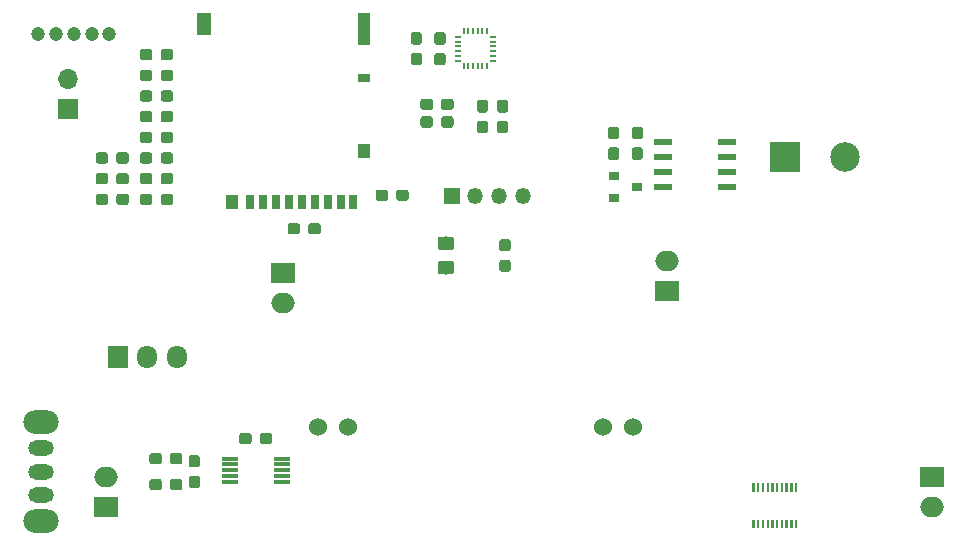
<source format=gts>
G04 #@! TF.GenerationSoftware,KiCad,Pcbnew,(5.0.0)*
G04 #@! TF.CreationDate,2019-01-28T15:32:59+09:00*
G04 #@! TF.ProjectId,EDAMAMEv3,4544414D414D4576332E6B696361645F,rev?*
G04 #@! TF.SameCoordinates,Original*
G04 #@! TF.FileFunction,Soldermask,Top*
G04 #@! TF.FilePolarity,Negative*
%FSLAX46Y46*%
G04 Gerber Fmt 4.6, Leading zero omitted, Abs format (unit mm)*
G04 Created by KiCad (PCBNEW (5.0.0)) date 01/28/19 15:32:59*
%MOMM*%
%LPD*%
G01*
G04 APERTURE LIST*
%ADD10R,1.550000X0.600000*%
%ADD11C,1.524000*%
%ADD12R,1.350000X1.350000*%
%ADD13O,1.350000X1.350000*%
%ADD14R,1.700000X1.700000*%
%ADD15O,1.700000X1.700000*%
%ADD16R,2.500000X2.500000*%
%ADD17C,2.500000*%
%ADD18R,2.000000X1.700000*%
%ADD19O,2.000000X1.700000*%
%ADD20C,0.100000*%
%ADD21C,0.950000*%
%ADD22C,1.150000*%
%ADD23C,1.200000*%
%ADD24R,0.900000X0.800000*%
%ADD25R,1.400000X0.300000*%
%ADD26R,0.550000X0.200000*%
%ADD27R,0.200000X0.550000*%
%ADD28C,0.200000*%
%ADD29R,0.700000X1.200000*%
%ADD30R,1.000000X1.200000*%
%ADD31R,1.000000X0.800000*%
%ADD32R,1.000000X2.800000*%
%ADD33R,1.300000X1.900000*%
%ADD34R,1.700000X1.950000*%
%ADD35O,1.700000X1.950000*%
%ADD36O,3.000000X2.000000*%
%ADD37O,2.200000X1.300000*%
G04 APERTURE END LIST*
D10*
G04 #@! TO.C,Q2*
X85800000Y-29395000D03*
X85800000Y-30665000D03*
X85800000Y-31935000D03*
X85800000Y-33205000D03*
X80400000Y-33205000D03*
X80400000Y-31935000D03*
X80400000Y-30665000D03*
X80400000Y-29395000D03*
G04 #@! TD*
D11*
G04 #@! TO.C,J4*
X51165000Y-53560000D03*
X53705000Y-53560000D03*
X75295000Y-53560000D03*
X77835000Y-53560000D03*
G04 #@! TD*
D12*
G04 #@! TO.C,J5*
X62500000Y-34000000D03*
D13*
X64500000Y-34000000D03*
X66500000Y-34000000D03*
X68500000Y-34000000D03*
G04 #@! TD*
D14*
G04 #@! TO.C,J3*
X30000000Y-26600000D03*
D15*
X30000000Y-24060000D03*
G04 #@! TD*
D16*
G04 #@! TO.C,P6*
X90708000Y-30692000D03*
D17*
X95788000Y-30692000D03*
G04 #@! TD*
D18*
G04 #@! TO.C,P4*
X80714000Y-42000000D03*
D19*
X80714000Y-39500000D03*
G04 #@! TD*
G04 #@! TO.C,P5*
X48200000Y-43000000D03*
D18*
X48200000Y-40500000D03*
G04 #@! TD*
D20*
G04 #@! TO.C,C2*
G36*
X62435779Y-27226144D02*
X62458834Y-27229563D01*
X62481443Y-27235227D01*
X62503387Y-27243079D01*
X62524457Y-27253044D01*
X62544448Y-27265026D01*
X62563168Y-27278910D01*
X62580438Y-27294562D01*
X62596090Y-27311832D01*
X62609974Y-27330552D01*
X62621956Y-27350543D01*
X62631921Y-27371613D01*
X62639773Y-27393557D01*
X62645437Y-27416166D01*
X62648856Y-27439221D01*
X62650000Y-27462500D01*
X62650000Y-27937500D01*
X62648856Y-27960779D01*
X62645437Y-27983834D01*
X62639773Y-28006443D01*
X62631921Y-28028387D01*
X62621956Y-28049457D01*
X62609974Y-28069448D01*
X62596090Y-28088168D01*
X62580438Y-28105438D01*
X62563168Y-28121090D01*
X62544448Y-28134974D01*
X62524457Y-28146956D01*
X62503387Y-28156921D01*
X62481443Y-28164773D01*
X62458834Y-28170437D01*
X62435779Y-28173856D01*
X62412500Y-28175000D01*
X61837500Y-28175000D01*
X61814221Y-28173856D01*
X61791166Y-28170437D01*
X61768557Y-28164773D01*
X61746613Y-28156921D01*
X61725543Y-28146956D01*
X61705552Y-28134974D01*
X61686832Y-28121090D01*
X61669562Y-28105438D01*
X61653910Y-28088168D01*
X61640026Y-28069448D01*
X61628044Y-28049457D01*
X61618079Y-28028387D01*
X61610227Y-28006443D01*
X61604563Y-27983834D01*
X61601144Y-27960779D01*
X61600000Y-27937500D01*
X61600000Y-27462500D01*
X61601144Y-27439221D01*
X61604563Y-27416166D01*
X61610227Y-27393557D01*
X61618079Y-27371613D01*
X61628044Y-27350543D01*
X61640026Y-27330552D01*
X61653910Y-27311832D01*
X61669562Y-27294562D01*
X61686832Y-27278910D01*
X61705552Y-27265026D01*
X61725543Y-27253044D01*
X61746613Y-27243079D01*
X61768557Y-27235227D01*
X61791166Y-27229563D01*
X61814221Y-27226144D01*
X61837500Y-27225000D01*
X62412500Y-27225000D01*
X62435779Y-27226144D01*
X62435779Y-27226144D01*
G37*
D21*
X62125000Y-27700000D03*
D20*
G36*
X60685779Y-27226144D02*
X60708834Y-27229563D01*
X60731443Y-27235227D01*
X60753387Y-27243079D01*
X60774457Y-27253044D01*
X60794448Y-27265026D01*
X60813168Y-27278910D01*
X60830438Y-27294562D01*
X60846090Y-27311832D01*
X60859974Y-27330552D01*
X60871956Y-27350543D01*
X60881921Y-27371613D01*
X60889773Y-27393557D01*
X60895437Y-27416166D01*
X60898856Y-27439221D01*
X60900000Y-27462500D01*
X60900000Y-27937500D01*
X60898856Y-27960779D01*
X60895437Y-27983834D01*
X60889773Y-28006443D01*
X60881921Y-28028387D01*
X60871956Y-28049457D01*
X60859974Y-28069448D01*
X60846090Y-28088168D01*
X60830438Y-28105438D01*
X60813168Y-28121090D01*
X60794448Y-28134974D01*
X60774457Y-28146956D01*
X60753387Y-28156921D01*
X60731443Y-28164773D01*
X60708834Y-28170437D01*
X60685779Y-28173856D01*
X60662500Y-28175000D01*
X60087500Y-28175000D01*
X60064221Y-28173856D01*
X60041166Y-28170437D01*
X60018557Y-28164773D01*
X59996613Y-28156921D01*
X59975543Y-28146956D01*
X59955552Y-28134974D01*
X59936832Y-28121090D01*
X59919562Y-28105438D01*
X59903910Y-28088168D01*
X59890026Y-28069448D01*
X59878044Y-28049457D01*
X59868079Y-28028387D01*
X59860227Y-28006443D01*
X59854563Y-27983834D01*
X59851144Y-27960779D01*
X59850000Y-27937500D01*
X59850000Y-27462500D01*
X59851144Y-27439221D01*
X59854563Y-27416166D01*
X59860227Y-27393557D01*
X59868079Y-27371613D01*
X59878044Y-27350543D01*
X59890026Y-27330552D01*
X59903910Y-27311832D01*
X59919562Y-27294562D01*
X59936832Y-27278910D01*
X59955552Y-27265026D01*
X59975543Y-27253044D01*
X59996613Y-27243079D01*
X60018557Y-27235227D01*
X60041166Y-27229563D01*
X60064221Y-27226144D01*
X60087500Y-27225000D01*
X60662500Y-27225000D01*
X60685779Y-27226144D01*
X60685779Y-27226144D01*
G37*
D21*
X60375000Y-27700000D03*
G04 #@! TD*
D20*
G04 #@! TO.C,C3*
G36*
X51185779Y-36276144D02*
X51208834Y-36279563D01*
X51231443Y-36285227D01*
X51253387Y-36293079D01*
X51274457Y-36303044D01*
X51294448Y-36315026D01*
X51313168Y-36328910D01*
X51330438Y-36344562D01*
X51346090Y-36361832D01*
X51359974Y-36380552D01*
X51371956Y-36400543D01*
X51381921Y-36421613D01*
X51389773Y-36443557D01*
X51395437Y-36466166D01*
X51398856Y-36489221D01*
X51400000Y-36512500D01*
X51400000Y-36987500D01*
X51398856Y-37010779D01*
X51395437Y-37033834D01*
X51389773Y-37056443D01*
X51381921Y-37078387D01*
X51371956Y-37099457D01*
X51359974Y-37119448D01*
X51346090Y-37138168D01*
X51330438Y-37155438D01*
X51313168Y-37171090D01*
X51294448Y-37184974D01*
X51274457Y-37196956D01*
X51253387Y-37206921D01*
X51231443Y-37214773D01*
X51208834Y-37220437D01*
X51185779Y-37223856D01*
X51162500Y-37225000D01*
X50587500Y-37225000D01*
X50564221Y-37223856D01*
X50541166Y-37220437D01*
X50518557Y-37214773D01*
X50496613Y-37206921D01*
X50475543Y-37196956D01*
X50455552Y-37184974D01*
X50436832Y-37171090D01*
X50419562Y-37155438D01*
X50403910Y-37138168D01*
X50390026Y-37119448D01*
X50378044Y-37099457D01*
X50368079Y-37078387D01*
X50360227Y-37056443D01*
X50354563Y-37033834D01*
X50351144Y-37010779D01*
X50350000Y-36987500D01*
X50350000Y-36512500D01*
X50351144Y-36489221D01*
X50354563Y-36466166D01*
X50360227Y-36443557D01*
X50368079Y-36421613D01*
X50378044Y-36400543D01*
X50390026Y-36380552D01*
X50403910Y-36361832D01*
X50419562Y-36344562D01*
X50436832Y-36328910D01*
X50455552Y-36315026D01*
X50475543Y-36303044D01*
X50496613Y-36293079D01*
X50518557Y-36285227D01*
X50541166Y-36279563D01*
X50564221Y-36276144D01*
X50587500Y-36275000D01*
X51162500Y-36275000D01*
X51185779Y-36276144D01*
X51185779Y-36276144D01*
G37*
D21*
X50875000Y-36750000D03*
D20*
G36*
X49435779Y-36276144D02*
X49458834Y-36279563D01*
X49481443Y-36285227D01*
X49503387Y-36293079D01*
X49524457Y-36303044D01*
X49544448Y-36315026D01*
X49563168Y-36328910D01*
X49580438Y-36344562D01*
X49596090Y-36361832D01*
X49609974Y-36380552D01*
X49621956Y-36400543D01*
X49631921Y-36421613D01*
X49639773Y-36443557D01*
X49645437Y-36466166D01*
X49648856Y-36489221D01*
X49650000Y-36512500D01*
X49650000Y-36987500D01*
X49648856Y-37010779D01*
X49645437Y-37033834D01*
X49639773Y-37056443D01*
X49631921Y-37078387D01*
X49621956Y-37099457D01*
X49609974Y-37119448D01*
X49596090Y-37138168D01*
X49580438Y-37155438D01*
X49563168Y-37171090D01*
X49544448Y-37184974D01*
X49524457Y-37196956D01*
X49503387Y-37206921D01*
X49481443Y-37214773D01*
X49458834Y-37220437D01*
X49435779Y-37223856D01*
X49412500Y-37225000D01*
X48837500Y-37225000D01*
X48814221Y-37223856D01*
X48791166Y-37220437D01*
X48768557Y-37214773D01*
X48746613Y-37206921D01*
X48725543Y-37196956D01*
X48705552Y-37184974D01*
X48686832Y-37171090D01*
X48669562Y-37155438D01*
X48653910Y-37138168D01*
X48640026Y-37119448D01*
X48628044Y-37099457D01*
X48618079Y-37078387D01*
X48610227Y-37056443D01*
X48604563Y-37033834D01*
X48601144Y-37010779D01*
X48600000Y-36987500D01*
X48600000Y-36512500D01*
X48601144Y-36489221D01*
X48604563Y-36466166D01*
X48610227Y-36443557D01*
X48618079Y-36421613D01*
X48628044Y-36400543D01*
X48640026Y-36380552D01*
X48653910Y-36361832D01*
X48669562Y-36344562D01*
X48686832Y-36328910D01*
X48705552Y-36315026D01*
X48725543Y-36303044D01*
X48746613Y-36293079D01*
X48768557Y-36285227D01*
X48791166Y-36279563D01*
X48814221Y-36276144D01*
X48837500Y-36275000D01*
X49412500Y-36275000D01*
X49435779Y-36276144D01*
X49435779Y-36276144D01*
G37*
D21*
X49125000Y-36750000D03*
G04 #@! TD*
D20*
G04 #@! TO.C,C4*
G36*
X60685779Y-25726144D02*
X60708834Y-25729563D01*
X60731443Y-25735227D01*
X60753387Y-25743079D01*
X60774457Y-25753044D01*
X60794448Y-25765026D01*
X60813168Y-25778910D01*
X60830438Y-25794562D01*
X60846090Y-25811832D01*
X60859974Y-25830552D01*
X60871956Y-25850543D01*
X60881921Y-25871613D01*
X60889773Y-25893557D01*
X60895437Y-25916166D01*
X60898856Y-25939221D01*
X60900000Y-25962500D01*
X60900000Y-26437500D01*
X60898856Y-26460779D01*
X60895437Y-26483834D01*
X60889773Y-26506443D01*
X60881921Y-26528387D01*
X60871956Y-26549457D01*
X60859974Y-26569448D01*
X60846090Y-26588168D01*
X60830438Y-26605438D01*
X60813168Y-26621090D01*
X60794448Y-26634974D01*
X60774457Y-26646956D01*
X60753387Y-26656921D01*
X60731443Y-26664773D01*
X60708834Y-26670437D01*
X60685779Y-26673856D01*
X60662500Y-26675000D01*
X60087500Y-26675000D01*
X60064221Y-26673856D01*
X60041166Y-26670437D01*
X60018557Y-26664773D01*
X59996613Y-26656921D01*
X59975543Y-26646956D01*
X59955552Y-26634974D01*
X59936832Y-26621090D01*
X59919562Y-26605438D01*
X59903910Y-26588168D01*
X59890026Y-26569448D01*
X59878044Y-26549457D01*
X59868079Y-26528387D01*
X59860227Y-26506443D01*
X59854563Y-26483834D01*
X59851144Y-26460779D01*
X59850000Y-26437500D01*
X59850000Y-25962500D01*
X59851144Y-25939221D01*
X59854563Y-25916166D01*
X59860227Y-25893557D01*
X59868079Y-25871613D01*
X59878044Y-25850543D01*
X59890026Y-25830552D01*
X59903910Y-25811832D01*
X59919562Y-25794562D01*
X59936832Y-25778910D01*
X59955552Y-25765026D01*
X59975543Y-25753044D01*
X59996613Y-25743079D01*
X60018557Y-25735227D01*
X60041166Y-25729563D01*
X60064221Y-25726144D01*
X60087500Y-25725000D01*
X60662500Y-25725000D01*
X60685779Y-25726144D01*
X60685779Y-25726144D01*
G37*
D21*
X60375000Y-26200000D03*
D20*
G36*
X62435779Y-25726144D02*
X62458834Y-25729563D01*
X62481443Y-25735227D01*
X62503387Y-25743079D01*
X62524457Y-25753044D01*
X62544448Y-25765026D01*
X62563168Y-25778910D01*
X62580438Y-25794562D01*
X62596090Y-25811832D01*
X62609974Y-25830552D01*
X62621956Y-25850543D01*
X62631921Y-25871613D01*
X62639773Y-25893557D01*
X62645437Y-25916166D01*
X62648856Y-25939221D01*
X62650000Y-25962500D01*
X62650000Y-26437500D01*
X62648856Y-26460779D01*
X62645437Y-26483834D01*
X62639773Y-26506443D01*
X62631921Y-26528387D01*
X62621956Y-26549457D01*
X62609974Y-26569448D01*
X62596090Y-26588168D01*
X62580438Y-26605438D01*
X62563168Y-26621090D01*
X62544448Y-26634974D01*
X62524457Y-26646956D01*
X62503387Y-26656921D01*
X62481443Y-26664773D01*
X62458834Y-26670437D01*
X62435779Y-26673856D01*
X62412500Y-26675000D01*
X61837500Y-26675000D01*
X61814221Y-26673856D01*
X61791166Y-26670437D01*
X61768557Y-26664773D01*
X61746613Y-26656921D01*
X61725543Y-26646956D01*
X61705552Y-26634974D01*
X61686832Y-26621090D01*
X61669562Y-26605438D01*
X61653910Y-26588168D01*
X61640026Y-26569448D01*
X61628044Y-26549457D01*
X61618079Y-26528387D01*
X61610227Y-26506443D01*
X61604563Y-26483834D01*
X61601144Y-26460779D01*
X61600000Y-26437500D01*
X61600000Y-25962500D01*
X61601144Y-25939221D01*
X61604563Y-25916166D01*
X61610227Y-25893557D01*
X61618079Y-25871613D01*
X61628044Y-25850543D01*
X61640026Y-25830552D01*
X61653910Y-25811832D01*
X61669562Y-25794562D01*
X61686832Y-25778910D01*
X61705552Y-25765026D01*
X61725543Y-25753044D01*
X61746613Y-25743079D01*
X61768557Y-25735227D01*
X61791166Y-25729563D01*
X61814221Y-25726144D01*
X61837500Y-25725000D01*
X62412500Y-25725000D01*
X62435779Y-25726144D01*
X62435779Y-25726144D01*
G37*
D21*
X62125000Y-26200000D03*
G04 #@! TD*
D20*
G04 #@! TO.C,C8*
G36*
X62474505Y-37401204D02*
X62498773Y-37404804D01*
X62522572Y-37410765D01*
X62545671Y-37419030D01*
X62567850Y-37429520D01*
X62588893Y-37442132D01*
X62608599Y-37456747D01*
X62626777Y-37473223D01*
X62643253Y-37491401D01*
X62657868Y-37511107D01*
X62670480Y-37532150D01*
X62680970Y-37554329D01*
X62689235Y-37577428D01*
X62695196Y-37601227D01*
X62698796Y-37625495D01*
X62700000Y-37649999D01*
X62700000Y-38300001D01*
X62698796Y-38324505D01*
X62695196Y-38348773D01*
X62689235Y-38372572D01*
X62680970Y-38395671D01*
X62670480Y-38417850D01*
X62657868Y-38438893D01*
X62643253Y-38458599D01*
X62626777Y-38476777D01*
X62608599Y-38493253D01*
X62588893Y-38507868D01*
X62567850Y-38520480D01*
X62545671Y-38530970D01*
X62522572Y-38539235D01*
X62498773Y-38545196D01*
X62474505Y-38548796D01*
X62450001Y-38550000D01*
X61549999Y-38550000D01*
X61525495Y-38548796D01*
X61501227Y-38545196D01*
X61477428Y-38539235D01*
X61454329Y-38530970D01*
X61432150Y-38520480D01*
X61411107Y-38507868D01*
X61391401Y-38493253D01*
X61373223Y-38476777D01*
X61356747Y-38458599D01*
X61342132Y-38438893D01*
X61329520Y-38417850D01*
X61319030Y-38395671D01*
X61310765Y-38372572D01*
X61304804Y-38348773D01*
X61301204Y-38324505D01*
X61300000Y-38300001D01*
X61300000Y-37649999D01*
X61301204Y-37625495D01*
X61304804Y-37601227D01*
X61310765Y-37577428D01*
X61319030Y-37554329D01*
X61329520Y-37532150D01*
X61342132Y-37511107D01*
X61356747Y-37491401D01*
X61373223Y-37473223D01*
X61391401Y-37456747D01*
X61411107Y-37442132D01*
X61432150Y-37429520D01*
X61454329Y-37419030D01*
X61477428Y-37410765D01*
X61501227Y-37404804D01*
X61525495Y-37401204D01*
X61549999Y-37400000D01*
X62450001Y-37400000D01*
X62474505Y-37401204D01*
X62474505Y-37401204D01*
G37*
D22*
X62000000Y-37975000D03*
D20*
G36*
X62474505Y-39451204D02*
X62498773Y-39454804D01*
X62522572Y-39460765D01*
X62545671Y-39469030D01*
X62567850Y-39479520D01*
X62588893Y-39492132D01*
X62608599Y-39506747D01*
X62626777Y-39523223D01*
X62643253Y-39541401D01*
X62657868Y-39561107D01*
X62670480Y-39582150D01*
X62680970Y-39604329D01*
X62689235Y-39627428D01*
X62695196Y-39651227D01*
X62698796Y-39675495D01*
X62700000Y-39699999D01*
X62700000Y-40350001D01*
X62698796Y-40374505D01*
X62695196Y-40398773D01*
X62689235Y-40422572D01*
X62680970Y-40445671D01*
X62670480Y-40467850D01*
X62657868Y-40488893D01*
X62643253Y-40508599D01*
X62626777Y-40526777D01*
X62608599Y-40543253D01*
X62588893Y-40557868D01*
X62567850Y-40570480D01*
X62545671Y-40580970D01*
X62522572Y-40589235D01*
X62498773Y-40595196D01*
X62474505Y-40598796D01*
X62450001Y-40600000D01*
X61549999Y-40600000D01*
X61525495Y-40598796D01*
X61501227Y-40595196D01*
X61477428Y-40589235D01*
X61454329Y-40580970D01*
X61432150Y-40570480D01*
X61411107Y-40557868D01*
X61391401Y-40543253D01*
X61373223Y-40526777D01*
X61356747Y-40508599D01*
X61342132Y-40488893D01*
X61329520Y-40467850D01*
X61319030Y-40445671D01*
X61310765Y-40422572D01*
X61304804Y-40398773D01*
X61301204Y-40374505D01*
X61300000Y-40350001D01*
X61300000Y-39699999D01*
X61301204Y-39675495D01*
X61304804Y-39651227D01*
X61310765Y-39627428D01*
X61319030Y-39604329D01*
X61329520Y-39582150D01*
X61342132Y-39561107D01*
X61356747Y-39541401D01*
X61373223Y-39523223D01*
X61391401Y-39506747D01*
X61411107Y-39492132D01*
X61432150Y-39479520D01*
X61454329Y-39469030D01*
X61477428Y-39460765D01*
X61501227Y-39454804D01*
X61525495Y-39451204D01*
X61549999Y-39450000D01*
X62450001Y-39450000D01*
X62474505Y-39451204D01*
X62474505Y-39451204D01*
G37*
D22*
X62000000Y-40025000D03*
G04 #@! TD*
D20*
G04 #@! TO.C,C9*
G36*
X67260779Y-39351144D02*
X67283834Y-39354563D01*
X67306443Y-39360227D01*
X67328387Y-39368079D01*
X67349457Y-39378044D01*
X67369448Y-39390026D01*
X67388168Y-39403910D01*
X67405438Y-39419562D01*
X67421090Y-39436832D01*
X67434974Y-39455552D01*
X67446956Y-39475543D01*
X67456921Y-39496613D01*
X67464773Y-39518557D01*
X67470437Y-39541166D01*
X67473856Y-39564221D01*
X67475000Y-39587500D01*
X67475000Y-40162500D01*
X67473856Y-40185779D01*
X67470437Y-40208834D01*
X67464773Y-40231443D01*
X67456921Y-40253387D01*
X67446956Y-40274457D01*
X67434974Y-40294448D01*
X67421090Y-40313168D01*
X67405438Y-40330438D01*
X67388168Y-40346090D01*
X67369448Y-40359974D01*
X67349457Y-40371956D01*
X67328387Y-40381921D01*
X67306443Y-40389773D01*
X67283834Y-40395437D01*
X67260779Y-40398856D01*
X67237500Y-40400000D01*
X66762500Y-40400000D01*
X66739221Y-40398856D01*
X66716166Y-40395437D01*
X66693557Y-40389773D01*
X66671613Y-40381921D01*
X66650543Y-40371956D01*
X66630552Y-40359974D01*
X66611832Y-40346090D01*
X66594562Y-40330438D01*
X66578910Y-40313168D01*
X66565026Y-40294448D01*
X66553044Y-40274457D01*
X66543079Y-40253387D01*
X66535227Y-40231443D01*
X66529563Y-40208834D01*
X66526144Y-40185779D01*
X66525000Y-40162500D01*
X66525000Y-39587500D01*
X66526144Y-39564221D01*
X66529563Y-39541166D01*
X66535227Y-39518557D01*
X66543079Y-39496613D01*
X66553044Y-39475543D01*
X66565026Y-39455552D01*
X66578910Y-39436832D01*
X66594562Y-39419562D01*
X66611832Y-39403910D01*
X66630552Y-39390026D01*
X66650543Y-39378044D01*
X66671613Y-39368079D01*
X66693557Y-39360227D01*
X66716166Y-39354563D01*
X66739221Y-39351144D01*
X66762500Y-39350000D01*
X67237500Y-39350000D01*
X67260779Y-39351144D01*
X67260779Y-39351144D01*
G37*
D21*
X67000000Y-39875000D03*
D20*
G36*
X67260779Y-37601144D02*
X67283834Y-37604563D01*
X67306443Y-37610227D01*
X67328387Y-37618079D01*
X67349457Y-37628044D01*
X67369448Y-37640026D01*
X67388168Y-37653910D01*
X67405438Y-37669562D01*
X67421090Y-37686832D01*
X67434974Y-37705552D01*
X67446956Y-37725543D01*
X67456921Y-37746613D01*
X67464773Y-37768557D01*
X67470437Y-37791166D01*
X67473856Y-37814221D01*
X67475000Y-37837500D01*
X67475000Y-38412500D01*
X67473856Y-38435779D01*
X67470437Y-38458834D01*
X67464773Y-38481443D01*
X67456921Y-38503387D01*
X67446956Y-38524457D01*
X67434974Y-38544448D01*
X67421090Y-38563168D01*
X67405438Y-38580438D01*
X67388168Y-38596090D01*
X67369448Y-38609974D01*
X67349457Y-38621956D01*
X67328387Y-38631921D01*
X67306443Y-38639773D01*
X67283834Y-38645437D01*
X67260779Y-38648856D01*
X67237500Y-38650000D01*
X66762500Y-38650000D01*
X66739221Y-38648856D01*
X66716166Y-38645437D01*
X66693557Y-38639773D01*
X66671613Y-38631921D01*
X66650543Y-38621956D01*
X66630552Y-38609974D01*
X66611832Y-38596090D01*
X66594562Y-38580438D01*
X66578910Y-38563168D01*
X66565026Y-38544448D01*
X66553044Y-38524457D01*
X66543079Y-38503387D01*
X66535227Y-38481443D01*
X66529563Y-38458834D01*
X66526144Y-38435779D01*
X66525000Y-38412500D01*
X66525000Y-37837500D01*
X66526144Y-37814221D01*
X66529563Y-37791166D01*
X66535227Y-37768557D01*
X66543079Y-37746613D01*
X66553044Y-37725543D01*
X66565026Y-37705552D01*
X66578910Y-37686832D01*
X66594562Y-37669562D01*
X66611832Y-37653910D01*
X66630552Y-37640026D01*
X66650543Y-37628044D01*
X66671613Y-37618079D01*
X66693557Y-37610227D01*
X66716166Y-37604563D01*
X66739221Y-37601144D01*
X66762500Y-37600000D01*
X67237500Y-37600000D01*
X67260779Y-37601144D01*
X67260779Y-37601144D01*
G37*
D21*
X67000000Y-38125000D03*
G04 #@! TD*
D20*
G04 #@! TO.C,C11*
G36*
X40960779Y-55901144D02*
X40983834Y-55904563D01*
X41006443Y-55910227D01*
X41028387Y-55918079D01*
X41049457Y-55928044D01*
X41069448Y-55940026D01*
X41088168Y-55953910D01*
X41105438Y-55969562D01*
X41121090Y-55986832D01*
X41134974Y-56005552D01*
X41146956Y-56025543D01*
X41156921Y-56046613D01*
X41164773Y-56068557D01*
X41170437Y-56091166D01*
X41173856Y-56114221D01*
X41175000Y-56137500D01*
X41175000Y-56712500D01*
X41173856Y-56735779D01*
X41170437Y-56758834D01*
X41164773Y-56781443D01*
X41156921Y-56803387D01*
X41146956Y-56824457D01*
X41134974Y-56844448D01*
X41121090Y-56863168D01*
X41105438Y-56880438D01*
X41088168Y-56896090D01*
X41069448Y-56909974D01*
X41049457Y-56921956D01*
X41028387Y-56931921D01*
X41006443Y-56939773D01*
X40983834Y-56945437D01*
X40960779Y-56948856D01*
X40937500Y-56950000D01*
X40462500Y-56950000D01*
X40439221Y-56948856D01*
X40416166Y-56945437D01*
X40393557Y-56939773D01*
X40371613Y-56931921D01*
X40350543Y-56921956D01*
X40330552Y-56909974D01*
X40311832Y-56896090D01*
X40294562Y-56880438D01*
X40278910Y-56863168D01*
X40265026Y-56844448D01*
X40253044Y-56824457D01*
X40243079Y-56803387D01*
X40235227Y-56781443D01*
X40229563Y-56758834D01*
X40226144Y-56735779D01*
X40225000Y-56712500D01*
X40225000Y-56137500D01*
X40226144Y-56114221D01*
X40229563Y-56091166D01*
X40235227Y-56068557D01*
X40243079Y-56046613D01*
X40253044Y-56025543D01*
X40265026Y-56005552D01*
X40278910Y-55986832D01*
X40294562Y-55969562D01*
X40311832Y-55953910D01*
X40330552Y-55940026D01*
X40350543Y-55928044D01*
X40371613Y-55918079D01*
X40393557Y-55910227D01*
X40416166Y-55904563D01*
X40439221Y-55901144D01*
X40462500Y-55900000D01*
X40937500Y-55900000D01*
X40960779Y-55901144D01*
X40960779Y-55901144D01*
G37*
D21*
X40700000Y-56425000D03*
D20*
G36*
X40960779Y-57651144D02*
X40983834Y-57654563D01*
X41006443Y-57660227D01*
X41028387Y-57668079D01*
X41049457Y-57678044D01*
X41069448Y-57690026D01*
X41088168Y-57703910D01*
X41105438Y-57719562D01*
X41121090Y-57736832D01*
X41134974Y-57755552D01*
X41146956Y-57775543D01*
X41156921Y-57796613D01*
X41164773Y-57818557D01*
X41170437Y-57841166D01*
X41173856Y-57864221D01*
X41175000Y-57887500D01*
X41175000Y-58462500D01*
X41173856Y-58485779D01*
X41170437Y-58508834D01*
X41164773Y-58531443D01*
X41156921Y-58553387D01*
X41146956Y-58574457D01*
X41134974Y-58594448D01*
X41121090Y-58613168D01*
X41105438Y-58630438D01*
X41088168Y-58646090D01*
X41069448Y-58659974D01*
X41049457Y-58671956D01*
X41028387Y-58681921D01*
X41006443Y-58689773D01*
X40983834Y-58695437D01*
X40960779Y-58698856D01*
X40937500Y-58700000D01*
X40462500Y-58700000D01*
X40439221Y-58698856D01*
X40416166Y-58695437D01*
X40393557Y-58689773D01*
X40371613Y-58681921D01*
X40350543Y-58671956D01*
X40330552Y-58659974D01*
X40311832Y-58646090D01*
X40294562Y-58630438D01*
X40278910Y-58613168D01*
X40265026Y-58594448D01*
X40253044Y-58574457D01*
X40243079Y-58553387D01*
X40235227Y-58531443D01*
X40229563Y-58508834D01*
X40226144Y-58485779D01*
X40225000Y-58462500D01*
X40225000Y-57887500D01*
X40226144Y-57864221D01*
X40229563Y-57841166D01*
X40235227Y-57818557D01*
X40243079Y-57796613D01*
X40253044Y-57775543D01*
X40265026Y-57755552D01*
X40278910Y-57736832D01*
X40294562Y-57719562D01*
X40311832Y-57703910D01*
X40330552Y-57690026D01*
X40350543Y-57678044D01*
X40371613Y-57668079D01*
X40393557Y-57660227D01*
X40416166Y-57654563D01*
X40439221Y-57651144D01*
X40462500Y-57650000D01*
X40937500Y-57650000D01*
X40960779Y-57651144D01*
X40960779Y-57651144D01*
G37*
D21*
X40700000Y-58175000D03*
G04 #@! TD*
D20*
G04 #@! TO.C,C12*
G36*
X45335779Y-54026144D02*
X45358834Y-54029563D01*
X45381443Y-54035227D01*
X45403387Y-54043079D01*
X45424457Y-54053044D01*
X45444448Y-54065026D01*
X45463168Y-54078910D01*
X45480438Y-54094562D01*
X45496090Y-54111832D01*
X45509974Y-54130552D01*
X45521956Y-54150543D01*
X45531921Y-54171613D01*
X45539773Y-54193557D01*
X45545437Y-54216166D01*
X45548856Y-54239221D01*
X45550000Y-54262500D01*
X45550000Y-54737500D01*
X45548856Y-54760779D01*
X45545437Y-54783834D01*
X45539773Y-54806443D01*
X45531921Y-54828387D01*
X45521956Y-54849457D01*
X45509974Y-54869448D01*
X45496090Y-54888168D01*
X45480438Y-54905438D01*
X45463168Y-54921090D01*
X45444448Y-54934974D01*
X45424457Y-54946956D01*
X45403387Y-54956921D01*
X45381443Y-54964773D01*
X45358834Y-54970437D01*
X45335779Y-54973856D01*
X45312500Y-54975000D01*
X44737500Y-54975000D01*
X44714221Y-54973856D01*
X44691166Y-54970437D01*
X44668557Y-54964773D01*
X44646613Y-54956921D01*
X44625543Y-54946956D01*
X44605552Y-54934974D01*
X44586832Y-54921090D01*
X44569562Y-54905438D01*
X44553910Y-54888168D01*
X44540026Y-54869448D01*
X44528044Y-54849457D01*
X44518079Y-54828387D01*
X44510227Y-54806443D01*
X44504563Y-54783834D01*
X44501144Y-54760779D01*
X44500000Y-54737500D01*
X44500000Y-54262500D01*
X44501144Y-54239221D01*
X44504563Y-54216166D01*
X44510227Y-54193557D01*
X44518079Y-54171613D01*
X44528044Y-54150543D01*
X44540026Y-54130552D01*
X44553910Y-54111832D01*
X44569562Y-54094562D01*
X44586832Y-54078910D01*
X44605552Y-54065026D01*
X44625543Y-54053044D01*
X44646613Y-54043079D01*
X44668557Y-54035227D01*
X44691166Y-54029563D01*
X44714221Y-54026144D01*
X44737500Y-54025000D01*
X45312500Y-54025000D01*
X45335779Y-54026144D01*
X45335779Y-54026144D01*
G37*
D21*
X45025000Y-54500000D03*
D20*
G36*
X47085779Y-54026144D02*
X47108834Y-54029563D01*
X47131443Y-54035227D01*
X47153387Y-54043079D01*
X47174457Y-54053044D01*
X47194448Y-54065026D01*
X47213168Y-54078910D01*
X47230438Y-54094562D01*
X47246090Y-54111832D01*
X47259974Y-54130552D01*
X47271956Y-54150543D01*
X47281921Y-54171613D01*
X47289773Y-54193557D01*
X47295437Y-54216166D01*
X47298856Y-54239221D01*
X47300000Y-54262500D01*
X47300000Y-54737500D01*
X47298856Y-54760779D01*
X47295437Y-54783834D01*
X47289773Y-54806443D01*
X47281921Y-54828387D01*
X47271956Y-54849457D01*
X47259974Y-54869448D01*
X47246090Y-54888168D01*
X47230438Y-54905438D01*
X47213168Y-54921090D01*
X47194448Y-54934974D01*
X47174457Y-54946956D01*
X47153387Y-54956921D01*
X47131443Y-54964773D01*
X47108834Y-54970437D01*
X47085779Y-54973856D01*
X47062500Y-54975000D01*
X46487500Y-54975000D01*
X46464221Y-54973856D01*
X46441166Y-54970437D01*
X46418557Y-54964773D01*
X46396613Y-54956921D01*
X46375543Y-54946956D01*
X46355552Y-54934974D01*
X46336832Y-54921090D01*
X46319562Y-54905438D01*
X46303910Y-54888168D01*
X46290026Y-54869448D01*
X46278044Y-54849457D01*
X46268079Y-54828387D01*
X46260227Y-54806443D01*
X46254563Y-54783834D01*
X46251144Y-54760779D01*
X46250000Y-54737500D01*
X46250000Y-54262500D01*
X46251144Y-54239221D01*
X46254563Y-54216166D01*
X46260227Y-54193557D01*
X46268079Y-54171613D01*
X46278044Y-54150543D01*
X46290026Y-54130552D01*
X46303910Y-54111832D01*
X46319562Y-54094562D01*
X46336832Y-54078910D01*
X46355552Y-54065026D01*
X46375543Y-54053044D01*
X46396613Y-54043079D01*
X46418557Y-54035227D01*
X46441166Y-54029563D01*
X46464221Y-54026144D01*
X46487500Y-54025000D01*
X47062500Y-54025000D01*
X47085779Y-54026144D01*
X47085779Y-54026144D01*
G37*
D21*
X46775000Y-54500000D03*
G04 #@! TD*
D20*
G04 #@! TO.C,C13*
G36*
X61760779Y-20101144D02*
X61783834Y-20104563D01*
X61806443Y-20110227D01*
X61828387Y-20118079D01*
X61849457Y-20128044D01*
X61869448Y-20140026D01*
X61888168Y-20153910D01*
X61905438Y-20169562D01*
X61921090Y-20186832D01*
X61934974Y-20205552D01*
X61946956Y-20225543D01*
X61956921Y-20246613D01*
X61964773Y-20268557D01*
X61970437Y-20291166D01*
X61973856Y-20314221D01*
X61975000Y-20337500D01*
X61975000Y-20912500D01*
X61973856Y-20935779D01*
X61970437Y-20958834D01*
X61964773Y-20981443D01*
X61956921Y-21003387D01*
X61946956Y-21024457D01*
X61934974Y-21044448D01*
X61921090Y-21063168D01*
X61905438Y-21080438D01*
X61888168Y-21096090D01*
X61869448Y-21109974D01*
X61849457Y-21121956D01*
X61828387Y-21131921D01*
X61806443Y-21139773D01*
X61783834Y-21145437D01*
X61760779Y-21148856D01*
X61737500Y-21150000D01*
X61262500Y-21150000D01*
X61239221Y-21148856D01*
X61216166Y-21145437D01*
X61193557Y-21139773D01*
X61171613Y-21131921D01*
X61150543Y-21121956D01*
X61130552Y-21109974D01*
X61111832Y-21096090D01*
X61094562Y-21080438D01*
X61078910Y-21063168D01*
X61065026Y-21044448D01*
X61053044Y-21024457D01*
X61043079Y-21003387D01*
X61035227Y-20981443D01*
X61029563Y-20958834D01*
X61026144Y-20935779D01*
X61025000Y-20912500D01*
X61025000Y-20337500D01*
X61026144Y-20314221D01*
X61029563Y-20291166D01*
X61035227Y-20268557D01*
X61043079Y-20246613D01*
X61053044Y-20225543D01*
X61065026Y-20205552D01*
X61078910Y-20186832D01*
X61094562Y-20169562D01*
X61111832Y-20153910D01*
X61130552Y-20140026D01*
X61150543Y-20128044D01*
X61171613Y-20118079D01*
X61193557Y-20110227D01*
X61216166Y-20104563D01*
X61239221Y-20101144D01*
X61262500Y-20100000D01*
X61737500Y-20100000D01*
X61760779Y-20101144D01*
X61760779Y-20101144D01*
G37*
D21*
X61500000Y-20625000D03*
D20*
G36*
X61760779Y-21851144D02*
X61783834Y-21854563D01*
X61806443Y-21860227D01*
X61828387Y-21868079D01*
X61849457Y-21878044D01*
X61869448Y-21890026D01*
X61888168Y-21903910D01*
X61905438Y-21919562D01*
X61921090Y-21936832D01*
X61934974Y-21955552D01*
X61946956Y-21975543D01*
X61956921Y-21996613D01*
X61964773Y-22018557D01*
X61970437Y-22041166D01*
X61973856Y-22064221D01*
X61975000Y-22087500D01*
X61975000Y-22662500D01*
X61973856Y-22685779D01*
X61970437Y-22708834D01*
X61964773Y-22731443D01*
X61956921Y-22753387D01*
X61946956Y-22774457D01*
X61934974Y-22794448D01*
X61921090Y-22813168D01*
X61905438Y-22830438D01*
X61888168Y-22846090D01*
X61869448Y-22859974D01*
X61849457Y-22871956D01*
X61828387Y-22881921D01*
X61806443Y-22889773D01*
X61783834Y-22895437D01*
X61760779Y-22898856D01*
X61737500Y-22900000D01*
X61262500Y-22900000D01*
X61239221Y-22898856D01*
X61216166Y-22895437D01*
X61193557Y-22889773D01*
X61171613Y-22881921D01*
X61150543Y-22871956D01*
X61130552Y-22859974D01*
X61111832Y-22846090D01*
X61094562Y-22830438D01*
X61078910Y-22813168D01*
X61065026Y-22794448D01*
X61053044Y-22774457D01*
X61043079Y-22753387D01*
X61035227Y-22731443D01*
X61029563Y-22708834D01*
X61026144Y-22685779D01*
X61025000Y-22662500D01*
X61025000Y-22087500D01*
X61026144Y-22064221D01*
X61029563Y-22041166D01*
X61035227Y-22018557D01*
X61043079Y-21996613D01*
X61053044Y-21975543D01*
X61065026Y-21955552D01*
X61078910Y-21936832D01*
X61094562Y-21919562D01*
X61111832Y-21903910D01*
X61130552Y-21890026D01*
X61150543Y-21878044D01*
X61171613Y-21868079D01*
X61193557Y-21860227D01*
X61216166Y-21854563D01*
X61239221Y-21851144D01*
X61262500Y-21850000D01*
X61737500Y-21850000D01*
X61760779Y-21851144D01*
X61760779Y-21851144D01*
G37*
D21*
X61500000Y-22375000D03*
G04 #@! TD*
D20*
G04 #@! TO.C,C14*
G36*
X59760779Y-21851144D02*
X59783834Y-21854563D01*
X59806443Y-21860227D01*
X59828387Y-21868079D01*
X59849457Y-21878044D01*
X59869448Y-21890026D01*
X59888168Y-21903910D01*
X59905438Y-21919562D01*
X59921090Y-21936832D01*
X59934974Y-21955552D01*
X59946956Y-21975543D01*
X59956921Y-21996613D01*
X59964773Y-22018557D01*
X59970437Y-22041166D01*
X59973856Y-22064221D01*
X59975000Y-22087500D01*
X59975000Y-22662500D01*
X59973856Y-22685779D01*
X59970437Y-22708834D01*
X59964773Y-22731443D01*
X59956921Y-22753387D01*
X59946956Y-22774457D01*
X59934974Y-22794448D01*
X59921090Y-22813168D01*
X59905438Y-22830438D01*
X59888168Y-22846090D01*
X59869448Y-22859974D01*
X59849457Y-22871956D01*
X59828387Y-22881921D01*
X59806443Y-22889773D01*
X59783834Y-22895437D01*
X59760779Y-22898856D01*
X59737500Y-22900000D01*
X59262500Y-22900000D01*
X59239221Y-22898856D01*
X59216166Y-22895437D01*
X59193557Y-22889773D01*
X59171613Y-22881921D01*
X59150543Y-22871956D01*
X59130552Y-22859974D01*
X59111832Y-22846090D01*
X59094562Y-22830438D01*
X59078910Y-22813168D01*
X59065026Y-22794448D01*
X59053044Y-22774457D01*
X59043079Y-22753387D01*
X59035227Y-22731443D01*
X59029563Y-22708834D01*
X59026144Y-22685779D01*
X59025000Y-22662500D01*
X59025000Y-22087500D01*
X59026144Y-22064221D01*
X59029563Y-22041166D01*
X59035227Y-22018557D01*
X59043079Y-21996613D01*
X59053044Y-21975543D01*
X59065026Y-21955552D01*
X59078910Y-21936832D01*
X59094562Y-21919562D01*
X59111832Y-21903910D01*
X59130552Y-21890026D01*
X59150543Y-21878044D01*
X59171613Y-21868079D01*
X59193557Y-21860227D01*
X59216166Y-21854563D01*
X59239221Y-21851144D01*
X59262500Y-21850000D01*
X59737500Y-21850000D01*
X59760779Y-21851144D01*
X59760779Y-21851144D01*
G37*
D21*
X59500000Y-22375000D03*
D20*
G36*
X59760779Y-20101144D02*
X59783834Y-20104563D01*
X59806443Y-20110227D01*
X59828387Y-20118079D01*
X59849457Y-20128044D01*
X59869448Y-20140026D01*
X59888168Y-20153910D01*
X59905438Y-20169562D01*
X59921090Y-20186832D01*
X59934974Y-20205552D01*
X59946956Y-20225543D01*
X59956921Y-20246613D01*
X59964773Y-20268557D01*
X59970437Y-20291166D01*
X59973856Y-20314221D01*
X59975000Y-20337500D01*
X59975000Y-20912500D01*
X59973856Y-20935779D01*
X59970437Y-20958834D01*
X59964773Y-20981443D01*
X59956921Y-21003387D01*
X59946956Y-21024457D01*
X59934974Y-21044448D01*
X59921090Y-21063168D01*
X59905438Y-21080438D01*
X59888168Y-21096090D01*
X59869448Y-21109974D01*
X59849457Y-21121956D01*
X59828387Y-21131921D01*
X59806443Y-21139773D01*
X59783834Y-21145437D01*
X59760779Y-21148856D01*
X59737500Y-21150000D01*
X59262500Y-21150000D01*
X59239221Y-21148856D01*
X59216166Y-21145437D01*
X59193557Y-21139773D01*
X59171613Y-21131921D01*
X59150543Y-21121956D01*
X59130552Y-21109974D01*
X59111832Y-21096090D01*
X59094562Y-21080438D01*
X59078910Y-21063168D01*
X59065026Y-21044448D01*
X59053044Y-21024457D01*
X59043079Y-21003387D01*
X59035227Y-20981443D01*
X59029563Y-20958834D01*
X59026144Y-20935779D01*
X59025000Y-20912500D01*
X59025000Y-20337500D01*
X59026144Y-20314221D01*
X59029563Y-20291166D01*
X59035227Y-20268557D01*
X59043079Y-20246613D01*
X59053044Y-20225543D01*
X59065026Y-20205552D01*
X59078910Y-20186832D01*
X59094562Y-20169562D01*
X59111832Y-20153910D01*
X59130552Y-20140026D01*
X59150543Y-20128044D01*
X59171613Y-20118079D01*
X59193557Y-20110227D01*
X59216166Y-20104563D01*
X59239221Y-20101144D01*
X59262500Y-20100000D01*
X59737500Y-20100000D01*
X59760779Y-20101144D01*
X59760779Y-20101144D01*
G37*
D21*
X59500000Y-20625000D03*
G04 #@! TD*
D20*
G04 #@! TO.C,D2*
G36*
X33185779Y-33776144D02*
X33208834Y-33779563D01*
X33231443Y-33785227D01*
X33253387Y-33793079D01*
X33274457Y-33803044D01*
X33294448Y-33815026D01*
X33313168Y-33828910D01*
X33330438Y-33844562D01*
X33346090Y-33861832D01*
X33359974Y-33880552D01*
X33371956Y-33900543D01*
X33381921Y-33921613D01*
X33389773Y-33943557D01*
X33395437Y-33966166D01*
X33398856Y-33989221D01*
X33400000Y-34012500D01*
X33400000Y-34487500D01*
X33398856Y-34510779D01*
X33395437Y-34533834D01*
X33389773Y-34556443D01*
X33381921Y-34578387D01*
X33371956Y-34599457D01*
X33359974Y-34619448D01*
X33346090Y-34638168D01*
X33330438Y-34655438D01*
X33313168Y-34671090D01*
X33294448Y-34684974D01*
X33274457Y-34696956D01*
X33253387Y-34706921D01*
X33231443Y-34714773D01*
X33208834Y-34720437D01*
X33185779Y-34723856D01*
X33162500Y-34725000D01*
X32587500Y-34725000D01*
X32564221Y-34723856D01*
X32541166Y-34720437D01*
X32518557Y-34714773D01*
X32496613Y-34706921D01*
X32475543Y-34696956D01*
X32455552Y-34684974D01*
X32436832Y-34671090D01*
X32419562Y-34655438D01*
X32403910Y-34638168D01*
X32390026Y-34619448D01*
X32378044Y-34599457D01*
X32368079Y-34578387D01*
X32360227Y-34556443D01*
X32354563Y-34533834D01*
X32351144Y-34510779D01*
X32350000Y-34487500D01*
X32350000Y-34012500D01*
X32351144Y-33989221D01*
X32354563Y-33966166D01*
X32360227Y-33943557D01*
X32368079Y-33921613D01*
X32378044Y-33900543D01*
X32390026Y-33880552D01*
X32403910Y-33861832D01*
X32419562Y-33844562D01*
X32436832Y-33828910D01*
X32455552Y-33815026D01*
X32475543Y-33803044D01*
X32496613Y-33793079D01*
X32518557Y-33785227D01*
X32541166Y-33779563D01*
X32564221Y-33776144D01*
X32587500Y-33775000D01*
X33162500Y-33775000D01*
X33185779Y-33776144D01*
X33185779Y-33776144D01*
G37*
D21*
X32875000Y-34250000D03*
D20*
G36*
X34935779Y-33776144D02*
X34958834Y-33779563D01*
X34981443Y-33785227D01*
X35003387Y-33793079D01*
X35024457Y-33803044D01*
X35044448Y-33815026D01*
X35063168Y-33828910D01*
X35080438Y-33844562D01*
X35096090Y-33861832D01*
X35109974Y-33880552D01*
X35121956Y-33900543D01*
X35131921Y-33921613D01*
X35139773Y-33943557D01*
X35145437Y-33966166D01*
X35148856Y-33989221D01*
X35150000Y-34012500D01*
X35150000Y-34487500D01*
X35148856Y-34510779D01*
X35145437Y-34533834D01*
X35139773Y-34556443D01*
X35131921Y-34578387D01*
X35121956Y-34599457D01*
X35109974Y-34619448D01*
X35096090Y-34638168D01*
X35080438Y-34655438D01*
X35063168Y-34671090D01*
X35044448Y-34684974D01*
X35024457Y-34696956D01*
X35003387Y-34706921D01*
X34981443Y-34714773D01*
X34958834Y-34720437D01*
X34935779Y-34723856D01*
X34912500Y-34725000D01*
X34337500Y-34725000D01*
X34314221Y-34723856D01*
X34291166Y-34720437D01*
X34268557Y-34714773D01*
X34246613Y-34706921D01*
X34225543Y-34696956D01*
X34205552Y-34684974D01*
X34186832Y-34671090D01*
X34169562Y-34655438D01*
X34153910Y-34638168D01*
X34140026Y-34619448D01*
X34128044Y-34599457D01*
X34118079Y-34578387D01*
X34110227Y-34556443D01*
X34104563Y-34533834D01*
X34101144Y-34510779D01*
X34100000Y-34487500D01*
X34100000Y-34012500D01*
X34101144Y-33989221D01*
X34104563Y-33966166D01*
X34110227Y-33943557D01*
X34118079Y-33921613D01*
X34128044Y-33900543D01*
X34140026Y-33880552D01*
X34153910Y-33861832D01*
X34169562Y-33844562D01*
X34186832Y-33828910D01*
X34205552Y-33815026D01*
X34225543Y-33803044D01*
X34246613Y-33793079D01*
X34268557Y-33785227D01*
X34291166Y-33779563D01*
X34314221Y-33776144D01*
X34337500Y-33775000D01*
X34912500Y-33775000D01*
X34935779Y-33776144D01*
X34935779Y-33776144D01*
G37*
D21*
X34625000Y-34250000D03*
G04 #@! TD*
D20*
G04 #@! TO.C,D3*
G36*
X34935779Y-32026144D02*
X34958834Y-32029563D01*
X34981443Y-32035227D01*
X35003387Y-32043079D01*
X35024457Y-32053044D01*
X35044448Y-32065026D01*
X35063168Y-32078910D01*
X35080438Y-32094562D01*
X35096090Y-32111832D01*
X35109974Y-32130552D01*
X35121956Y-32150543D01*
X35131921Y-32171613D01*
X35139773Y-32193557D01*
X35145437Y-32216166D01*
X35148856Y-32239221D01*
X35150000Y-32262500D01*
X35150000Y-32737500D01*
X35148856Y-32760779D01*
X35145437Y-32783834D01*
X35139773Y-32806443D01*
X35131921Y-32828387D01*
X35121956Y-32849457D01*
X35109974Y-32869448D01*
X35096090Y-32888168D01*
X35080438Y-32905438D01*
X35063168Y-32921090D01*
X35044448Y-32934974D01*
X35024457Y-32946956D01*
X35003387Y-32956921D01*
X34981443Y-32964773D01*
X34958834Y-32970437D01*
X34935779Y-32973856D01*
X34912500Y-32975000D01*
X34337500Y-32975000D01*
X34314221Y-32973856D01*
X34291166Y-32970437D01*
X34268557Y-32964773D01*
X34246613Y-32956921D01*
X34225543Y-32946956D01*
X34205552Y-32934974D01*
X34186832Y-32921090D01*
X34169562Y-32905438D01*
X34153910Y-32888168D01*
X34140026Y-32869448D01*
X34128044Y-32849457D01*
X34118079Y-32828387D01*
X34110227Y-32806443D01*
X34104563Y-32783834D01*
X34101144Y-32760779D01*
X34100000Y-32737500D01*
X34100000Y-32262500D01*
X34101144Y-32239221D01*
X34104563Y-32216166D01*
X34110227Y-32193557D01*
X34118079Y-32171613D01*
X34128044Y-32150543D01*
X34140026Y-32130552D01*
X34153910Y-32111832D01*
X34169562Y-32094562D01*
X34186832Y-32078910D01*
X34205552Y-32065026D01*
X34225543Y-32053044D01*
X34246613Y-32043079D01*
X34268557Y-32035227D01*
X34291166Y-32029563D01*
X34314221Y-32026144D01*
X34337500Y-32025000D01*
X34912500Y-32025000D01*
X34935779Y-32026144D01*
X34935779Y-32026144D01*
G37*
D21*
X34625000Y-32500000D03*
D20*
G36*
X33185779Y-32026144D02*
X33208834Y-32029563D01*
X33231443Y-32035227D01*
X33253387Y-32043079D01*
X33274457Y-32053044D01*
X33294448Y-32065026D01*
X33313168Y-32078910D01*
X33330438Y-32094562D01*
X33346090Y-32111832D01*
X33359974Y-32130552D01*
X33371956Y-32150543D01*
X33381921Y-32171613D01*
X33389773Y-32193557D01*
X33395437Y-32216166D01*
X33398856Y-32239221D01*
X33400000Y-32262500D01*
X33400000Y-32737500D01*
X33398856Y-32760779D01*
X33395437Y-32783834D01*
X33389773Y-32806443D01*
X33381921Y-32828387D01*
X33371956Y-32849457D01*
X33359974Y-32869448D01*
X33346090Y-32888168D01*
X33330438Y-32905438D01*
X33313168Y-32921090D01*
X33294448Y-32934974D01*
X33274457Y-32946956D01*
X33253387Y-32956921D01*
X33231443Y-32964773D01*
X33208834Y-32970437D01*
X33185779Y-32973856D01*
X33162500Y-32975000D01*
X32587500Y-32975000D01*
X32564221Y-32973856D01*
X32541166Y-32970437D01*
X32518557Y-32964773D01*
X32496613Y-32956921D01*
X32475543Y-32946956D01*
X32455552Y-32934974D01*
X32436832Y-32921090D01*
X32419562Y-32905438D01*
X32403910Y-32888168D01*
X32390026Y-32869448D01*
X32378044Y-32849457D01*
X32368079Y-32828387D01*
X32360227Y-32806443D01*
X32354563Y-32783834D01*
X32351144Y-32760779D01*
X32350000Y-32737500D01*
X32350000Y-32262500D01*
X32351144Y-32239221D01*
X32354563Y-32216166D01*
X32360227Y-32193557D01*
X32368079Y-32171613D01*
X32378044Y-32150543D01*
X32390026Y-32130552D01*
X32403910Y-32111832D01*
X32419562Y-32094562D01*
X32436832Y-32078910D01*
X32455552Y-32065026D01*
X32475543Y-32053044D01*
X32496613Y-32043079D01*
X32518557Y-32035227D01*
X32541166Y-32029563D01*
X32564221Y-32026144D01*
X32587500Y-32025000D01*
X33162500Y-32025000D01*
X33185779Y-32026144D01*
X33185779Y-32026144D01*
G37*
D21*
X32875000Y-32500000D03*
G04 #@! TD*
D20*
G04 #@! TO.C,D4*
G36*
X33185779Y-30276144D02*
X33208834Y-30279563D01*
X33231443Y-30285227D01*
X33253387Y-30293079D01*
X33274457Y-30303044D01*
X33294448Y-30315026D01*
X33313168Y-30328910D01*
X33330438Y-30344562D01*
X33346090Y-30361832D01*
X33359974Y-30380552D01*
X33371956Y-30400543D01*
X33381921Y-30421613D01*
X33389773Y-30443557D01*
X33395437Y-30466166D01*
X33398856Y-30489221D01*
X33400000Y-30512500D01*
X33400000Y-30987500D01*
X33398856Y-31010779D01*
X33395437Y-31033834D01*
X33389773Y-31056443D01*
X33381921Y-31078387D01*
X33371956Y-31099457D01*
X33359974Y-31119448D01*
X33346090Y-31138168D01*
X33330438Y-31155438D01*
X33313168Y-31171090D01*
X33294448Y-31184974D01*
X33274457Y-31196956D01*
X33253387Y-31206921D01*
X33231443Y-31214773D01*
X33208834Y-31220437D01*
X33185779Y-31223856D01*
X33162500Y-31225000D01*
X32587500Y-31225000D01*
X32564221Y-31223856D01*
X32541166Y-31220437D01*
X32518557Y-31214773D01*
X32496613Y-31206921D01*
X32475543Y-31196956D01*
X32455552Y-31184974D01*
X32436832Y-31171090D01*
X32419562Y-31155438D01*
X32403910Y-31138168D01*
X32390026Y-31119448D01*
X32378044Y-31099457D01*
X32368079Y-31078387D01*
X32360227Y-31056443D01*
X32354563Y-31033834D01*
X32351144Y-31010779D01*
X32350000Y-30987500D01*
X32350000Y-30512500D01*
X32351144Y-30489221D01*
X32354563Y-30466166D01*
X32360227Y-30443557D01*
X32368079Y-30421613D01*
X32378044Y-30400543D01*
X32390026Y-30380552D01*
X32403910Y-30361832D01*
X32419562Y-30344562D01*
X32436832Y-30328910D01*
X32455552Y-30315026D01*
X32475543Y-30303044D01*
X32496613Y-30293079D01*
X32518557Y-30285227D01*
X32541166Y-30279563D01*
X32564221Y-30276144D01*
X32587500Y-30275000D01*
X33162500Y-30275000D01*
X33185779Y-30276144D01*
X33185779Y-30276144D01*
G37*
D21*
X32875000Y-30750000D03*
D20*
G36*
X34935779Y-30276144D02*
X34958834Y-30279563D01*
X34981443Y-30285227D01*
X35003387Y-30293079D01*
X35024457Y-30303044D01*
X35044448Y-30315026D01*
X35063168Y-30328910D01*
X35080438Y-30344562D01*
X35096090Y-30361832D01*
X35109974Y-30380552D01*
X35121956Y-30400543D01*
X35131921Y-30421613D01*
X35139773Y-30443557D01*
X35145437Y-30466166D01*
X35148856Y-30489221D01*
X35150000Y-30512500D01*
X35150000Y-30987500D01*
X35148856Y-31010779D01*
X35145437Y-31033834D01*
X35139773Y-31056443D01*
X35131921Y-31078387D01*
X35121956Y-31099457D01*
X35109974Y-31119448D01*
X35096090Y-31138168D01*
X35080438Y-31155438D01*
X35063168Y-31171090D01*
X35044448Y-31184974D01*
X35024457Y-31196956D01*
X35003387Y-31206921D01*
X34981443Y-31214773D01*
X34958834Y-31220437D01*
X34935779Y-31223856D01*
X34912500Y-31225000D01*
X34337500Y-31225000D01*
X34314221Y-31223856D01*
X34291166Y-31220437D01*
X34268557Y-31214773D01*
X34246613Y-31206921D01*
X34225543Y-31196956D01*
X34205552Y-31184974D01*
X34186832Y-31171090D01*
X34169562Y-31155438D01*
X34153910Y-31138168D01*
X34140026Y-31119448D01*
X34128044Y-31099457D01*
X34118079Y-31078387D01*
X34110227Y-31056443D01*
X34104563Y-31033834D01*
X34101144Y-31010779D01*
X34100000Y-30987500D01*
X34100000Y-30512500D01*
X34101144Y-30489221D01*
X34104563Y-30466166D01*
X34110227Y-30443557D01*
X34118079Y-30421613D01*
X34128044Y-30400543D01*
X34140026Y-30380552D01*
X34153910Y-30361832D01*
X34169562Y-30344562D01*
X34186832Y-30328910D01*
X34205552Y-30315026D01*
X34225543Y-30303044D01*
X34246613Y-30293079D01*
X34268557Y-30285227D01*
X34291166Y-30279563D01*
X34314221Y-30276144D01*
X34337500Y-30275000D01*
X34912500Y-30275000D01*
X34935779Y-30276144D01*
X34935779Y-30276144D01*
G37*
D21*
X34625000Y-30750000D03*
G04 #@! TD*
D23*
G04 #@! TO.C,J2*
X33500000Y-20250000D03*
X32000000Y-20250000D03*
X30500000Y-20250000D03*
X29000000Y-20250000D03*
X27500000Y-20250000D03*
G04 #@! TD*
D24*
G04 #@! TO.C,Q1*
X76200000Y-32250000D03*
X76200000Y-34150000D03*
X78200000Y-33200000D03*
G04 #@! TD*
D20*
G04 #@! TO.C,R1*
G36*
X37735779Y-57926144D02*
X37758834Y-57929563D01*
X37781443Y-57935227D01*
X37803387Y-57943079D01*
X37824457Y-57953044D01*
X37844448Y-57965026D01*
X37863168Y-57978910D01*
X37880438Y-57994562D01*
X37896090Y-58011832D01*
X37909974Y-58030552D01*
X37921956Y-58050543D01*
X37931921Y-58071613D01*
X37939773Y-58093557D01*
X37945437Y-58116166D01*
X37948856Y-58139221D01*
X37950000Y-58162500D01*
X37950000Y-58637500D01*
X37948856Y-58660779D01*
X37945437Y-58683834D01*
X37939773Y-58706443D01*
X37931921Y-58728387D01*
X37921956Y-58749457D01*
X37909974Y-58769448D01*
X37896090Y-58788168D01*
X37880438Y-58805438D01*
X37863168Y-58821090D01*
X37844448Y-58834974D01*
X37824457Y-58846956D01*
X37803387Y-58856921D01*
X37781443Y-58864773D01*
X37758834Y-58870437D01*
X37735779Y-58873856D01*
X37712500Y-58875000D01*
X37137500Y-58875000D01*
X37114221Y-58873856D01*
X37091166Y-58870437D01*
X37068557Y-58864773D01*
X37046613Y-58856921D01*
X37025543Y-58846956D01*
X37005552Y-58834974D01*
X36986832Y-58821090D01*
X36969562Y-58805438D01*
X36953910Y-58788168D01*
X36940026Y-58769448D01*
X36928044Y-58749457D01*
X36918079Y-58728387D01*
X36910227Y-58706443D01*
X36904563Y-58683834D01*
X36901144Y-58660779D01*
X36900000Y-58637500D01*
X36900000Y-58162500D01*
X36901144Y-58139221D01*
X36904563Y-58116166D01*
X36910227Y-58093557D01*
X36918079Y-58071613D01*
X36928044Y-58050543D01*
X36940026Y-58030552D01*
X36953910Y-58011832D01*
X36969562Y-57994562D01*
X36986832Y-57978910D01*
X37005552Y-57965026D01*
X37025543Y-57953044D01*
X37046613Y-57943079D01*
X37068557Y-57935227D01*
X37091166Y-57929563D01*
X37114221Y-57926144D01*
X37137500Y-57925000D01*
X37712500Y-57925000D01*
X37735779Y-57926144D01*
X37735779Y-57926144D01*
G37*
D21*
X37425000Y-58400000D03*
D20*
G36*
X39485779Y-57926144D02*
X39508834Y-57929563D01*
X39531443Y-57935227D01*
X39553387Y-57943079D01*
X39574457Y-57953044D01*
X39594448Y-57965026D01*
X39613168Y-57978910D01*
X39630438Y-57994562D01*
X39646090Y-58011832D01*
X39659974Y-58030552D01*
X39671956Y-58050543D01*
X39681921Y-58071613D01*
X39689773Y-58093557D01*
X39695437Y-58116166D01*
X39698856Y-58139221D01*
X39700000Y-58162500D01*
X39700000Y-58637500D01*
X39698856Y-58660779D01*
X39695437Y-58683834D01*
X39689773Y-58706443D01*
X39681921Y-58728387D01*
X39671956Y-58749457D01*
X39659974Y-58769448D01*
X39646090Y-58788168D01*
X39630438Y-58805438D01*
X39613168Y-58821090D01*
X39594448Y-58834974D01*
X39574457Y-58846956D01*
X39553387Y-58856921D01*
X39531443Y-58864773D01*
X39508834Y-58870437D01*
X39485779Y-58873856D01*
X39462500Y-58875000D01*
X38887500Y-58875000D01*
X38864221Y-58873856D01*
X38841166Y-58870437D01*
X38818557Y-58864773D01*
X38796613Y-58856921D01*
X38775543Y-58846956D01*
X38755552Y-58834974D01*
X38736832Y-58821090D01*
X38719562Y-58805438D01*
X38703910Y-58788168D01*
X38690026Y-58769448D01*
X38678044Y-58749457D01*
X38668079Y-58728387D01*
X38660227Y-58706443D01*
X38654563Y-58683834D01*
X38651144Y-58660779D01*
X38650000Y-58637500D01*
X38650000Y-58162500D01*
X38651144Y-58139221D01*
X38654563Y-58116166D01*
X38660227Y-58093557D01*
X38668079Y-58071613D01*
X38678044Y-58050543D01*
X38690026Y-58030552D01*
X38703910Y-58011832D01*
X38719562Y-57994562D01*
X38736832Y-57978910D01*
X38755552Y-57965026D01*
X38775543Y-57953044D01*
X38796613Y-57943079D01*
X38818557Y-57935227D01*
X38841166Y-57929563D01*
X38864221Y-57926144D01*
X38887500Y-57925000D01*
X39462500Y-57925000D01*
X39485779Y-57926144D01*
X39485779Y-57926144D01*
G37*
D21*
X39175000Y-58400000D03*
G04 #@! TD*
D20*
G04 #@! TO.C,R3*
G36*
X37735779Y-55726144D02*
X37758834Y-55729563D01*
X37781443Y-55735227D01*
X37803387Y-55743079D01*
X37824457Y-55753044D01*
X37844448Y-55765026D01*
X37863168Y-55778910D01*
X37880438Y-55794562D01*
X37896090Y-55811832D01*
X37909974Y-55830552D01*
X37921956Y-55850543D01*
X37931921Y-55871613D01*
X37939773Y-55893557D01*
X37945437Y-55916166D01*
X37948856Y-55939221D01*
X37950000Y-55962500D01*
X37950000Y-56437500D01*
X37948856Y-56460779D01*
X37945437Y-56483834D01*
X37939773Y-56506443D01*
X37931921Y-56528387D01*
X37921956Y-56549457D01*
X37909974Y-56569448D01*
X37896090Y-56588168D01*
X37880438Y-56605438D01*
X37863168Y-56621090D01*
X37844448Y-56634974D01*
X37824457Y-56646956D01*
X37803387Y-56656921D01*
X37781443Y-56664773D01*
X37758834Y-56670437D01*
X37735779Y-56673856D01*
X37712500Y-56675000D01*
X37137500Y-56675000D01*
X37114221Y-56673856D01*
X37091166Y-56670437D01*
X37068557Y-56664773D01*
X37046613Y-56656921D01*
X37025543Y-56646956D01*
X37005552Y-56634974D01*
X36986832Y-56621090D01*
X36969562Y-56605438D01*
X36953910Y-56588168D01*
X36940026Y-56569448D01*
X36928044Y-56549457D01*
X36918079Y-56528387D01*
X36910227Y-56506443D01*
X36904563Y-56483834D01*
X36901144Y-56460779D01*
X36900000Y-56437500D01*
X36900000Y-55962500D01*
X36901144Y-55939221D01*
X36904563Y-55916166D01*
X36910227Y-55893557D01*
X36918079Y-55871613D01*
X36928044Y-55850543D01*
X36940026Y-55830552D01*
X36953910Y-55811832D01*
X36969562Y-55794562D01*
X36986832Y-55778910D01*
X37005552Y-55765026D01*
X37025543Y-55753044D01*
X37046613Y-55743079D01*
X37068557Y-55735227D01*
X37091166Y-55729563D01*
X37114221Y-55726144D01*
X37137500Y-55725000D01*
X37712500Y-55725000D01*
X37735779Y-55726144D01*
X37735779Y-55726144D01*
G37*
D21*
X37425000Y-56200000D03*
D20*
G36*
X39485779Y-55726144D02*
X39508834Y-55729563D01*
X39531443Y-55735227D01*
X39553387Y-55743079D01*
X39574457Y-55753044D01*
X39594448Y-55765026D01*
X39613168Y-55778910D01*
X39630438Y-55794562D01*
X39646090Y-55811832D01*
X39659974Y-55830552D01*
X39671956Y-55850543D01*
X39681921Y-55871613D01*
X39689773Y-55893557D01*
X39695437Y-55916166D01*
X39698856Y-55939221D01*
X39700000Y-55962500D01*
X39700000Y-56437500D01*
X39698856Y-56460779D01*
X39695437Y-56483834D01*
X39689773Y-56506443D01*
X39681921Y-56528387D01*
X39671956Y-56549457D01*
X39659974Y-56569448D01*
X39646090Y-56588168D01*
X39630438Y-56605438D01*
X39613168Y-56621090D01*
X39594448Y-56634974D01*
X39574457Y-56646956D01*
X39553387Y-56656921D01*
X39531443Y-56664773D01*
X39508834Y-56670437D01*
X39485779Y-56673856D01*
X39462500Y-56675000D01*
X38887500Y-56675000D01*
X38864221Y-56673856D01*
X38841166Y-56670437D01*
X38818557Y-56664773D01*
X38796613Y-56656921D01*
X38775543Y-56646956D01*
X38755552Y-56634974D01*
X38736832Y-56621090D01*
X38719562Y-56605438D01*
X38703910Y-56588168D01*
X38690026Y-56569448D01*
X38678044Y-56549457D01*
X38668079Y-56528387D01*
X38660227Y-56506443D01*
X38654563Y-56483834D01*
X38651144Y-56460779D01*
X38650000Y-56437500D01*
X38650000Y-55962500D01*
X38651144Y-55939221D01*
X38654563Y-55916166D01*
X38660227Y-55893557D01*
X38668079Y-55871613D01*
X38678044Y-55850543D01*
X38690026Y-55830552D01*
X38703910Y-55811832D01*
X38719562Y-55794562D01*
X38736832Y-55778910D01*
X38755552Y-55765026D01*
X38775543Y-55753044D01*
X38796613Y-55743079D01*
X38818557Y-55735227D01*
X38841166Y-55729563D01*
X38864221Y-55726144D01*
X38887500Y-55725000D01*
X39462500Y-55725000D01*
X39485779Y-55726144D01*
X39485779Y-55726144D01*
G37*
D21*
X39175000Y-56200000D03*
G04 #@! TD*
D20*
G04 #@! TO.C,R5*
G36*
X36935779Y-33776144D02*
X36958834Y-33779563D01*
X36981443Y-33785227D01*
X37003387Y-33793079D01*
X37024457Y-33803044D01*
X37044448Y-33815026D01*
X37063168Y-33828910D01*
X37080438Y-33844562D01*
X37096090Y-33861832D01*
X37109974Y-33880552D01*
X37121956Y-33900543D01*
X37131921Y-33921613D01*
X37139773Y-33943557D01*
X37145437Y-33966166D01*
X37148856Y-33989221D01*
X37150000Y-34012500D01*
X37150000Y-34487500D01*
X37148856Y-34510779D01*
X37145437Y-34533834D01*
X37139773Y-34556443D01*
X37131921Y-34578387D01*
X37121956Y-34599457D01*
X37109974Y-34619448D01*
X37096090Y-34638168D01*
X37080438Y-34655438D01*
X37063168Y-34671090D01*
X37044448Y-34684974D01*
X37024457Y-34696956D01*
X37003387Y-34706921D01*
X36981443Y-34714773D01*
X36958834Y-34720437D01*
X36935779Y-34723856D01*
X36912500Y-34725000D01*
X36337500Y-34725000D01*
X36314221Y-34723856D01*
X36291166Y-34720437D01*
X36268557Y-34714773D01*
X36246613Y-34706921D01*
X36225543Y-34696956D01*
X36205552Y-34684974D01*
X36186832Y-34671090D01*
X36169562Y-34655438D01*
X36153910Y-34638168D01*
X36140026Y-34619448D01*
X36128044Y-34599457D01*
X36118079Y-34578387D01*
X36110227Y-34556443D01*
X36104563Y-34533834D01*
X36101144Y-34510779D01*
X36100000Y-34487500D01*
X36100000Y-34012500D01*
X36101144Y-33989221D01*
X36104563Y-33966166D01*
X36110227Y-33943557D01*
X36118079Y-33921613D01*
X36128044Y-33900543D01*
X36140026Y-33880552D01*
X36153910Y-33861832D01*
X36169562Y-33844562D01*
X36186832Y-33828910D01*
X36205552Y-33815026D01*
X36225543Y-33803044D01*
X36246613Y-33793079D01*
X36268557Y-33785227D01*
X36291166Y-33779563D01*
X36314221Y-33776144D01*
X36337500Y-33775000D01*
X36912500Y-33775000D01*
X36935779Y-33776144D01*
X36935779Y-33776144D01*
G37*
D21*
X36625000Y-34250000D03*
D20*
G36*
X38685779Y-33776144D02*
X38708834Y-33779563D01*
X38731443Y-33785227D01*
X38753387Y-33793079D01*
X38774457Y-33803044D01*
X38794448Y-33815026D01*
X38813168Y-33828910D01*
X38830438Y-33844562D01*
X38846090Y-33861832D01*
X38859974Y-33880552D01*
X38871956Y-33900543D01*
X38881921Y-33921613D01*
X38889773Y-33943557D01*
X38895437Y-33966166D01*
X38898856Y-33989221D01*
X38900000Y-34012500D01*
X38900000Y-34487500D01*
X38898856Y-34510779D01*
X38895437Y-34533834D01*
X38889773Y-34556443D01*
X38881921Y-34578387D01*
X38871956Y-34599457D01*
X38859974Y-34619448D01*
X38846090Y-34638168D01*
X38830438Y-34655438D01*
X38813168Y-34671090D01*
X38794448Y-34684974D01*
X38774457Y-34696956D01*
X38753387Y-34706921D01*
X38731443Y-34714773D01*
X38708834Y-34720437D01*
X38685779Y-34723856D01*
X38662500Y-34725000D01*
X38087500Y-34725000D01*
X38064221Y-34723856D01*
X38041166Y-34720437D01*
X38018557Y-34714773D01*
X37996613Y-34706921D01*
X37975543Y-34696956D01*
X37955552Y-34684974D01*
X37936832Y-34671090D01*
X37919562Y-34655438D01*
X37903910Y-34638168D01*
X37890026Y-34619448D01*
X37878044Y-34599457D01*
X37868079Y-34578387D01*
X37860227Y-34556443D01*
X37854563Y-34533834D01*
X37851144Y-34510779D01*
X37850000Y-34487500D01*
X37850000Y-34012500D01*
X37851144Y-33989221D01*
X37854563Y-33966166D01*
X37860227Y-33943557D01*
X37868079Y-33921613D01*
X37878044Y-33900543D01*
X37890026Y-33880552D01*
X37903910Y-33861832D01*
X37919562Y-33844562D01*
X37936832Y-33828910D01*
X37955552Y-33815026D01*
X37975543Y-33803044D01*
X37996613Y-33793079D01*
X38018557Y-33785227D01*
X38041166Y-33779563D01*
X38064221Y-33776144D01*
X38087500Y-33775000D01*
X38662500Y-33775000D01*
X38685779Y-33776144D01*
X38685779Y-33776144D01*
G37*
D21*
X38375000Y-34250000D03*
G04 #@! TD*
D20*
G04 #@! TO.C,R6*
G36*
X38685779Y-32026144D02*
X38708834Y-32029563D01*
X38731443Y-32035227D01*
X38753387Y-32043079D01*
X38774457Y-32053044D01*
X38794448Y-32065026D01*
X38813168Y-32078910D01*
X38830438Y-32094562D01*
X38846090Y-32111832D01*
X38859974Y-32130552D01*
X38871956Y-32150543D01*
X38881921Y-32171613D01*
X38889773Y-32193557D01*
X38895437Y-32216166D01*
X38898856Y-32239221D01*
X38900000Y-32262500D01*
X38900000Y-32737500D01*
X38898856Y-32760779D01*
X38895437Y-32783834D01*
X38889773Y-32806443D01*
X38881921Y-32828387D01*
X38871956Y-32849457D01*
X38859974Y-32869448D01*
X38846090Y-32888168D01*
X38830438Y-32905438D01*
X38813168Y-32921090D01*
X38794448Y-32934974D01*
X38774457Y-32946956D01*
X38753387Y-32956921D01*
X38731443Y-32964773D01*
X38708834Y-32970437D01*
X38685779Y-32973856D01*
X38662500Y-32975000D01*
X38087500Y-32975000D01*
X38064221Y-32973856D01*
X38041166Y-32970437D01*
X38018557Y-32964773D01*
X37996613Y-32956921D01*
X37975543Y-32946956D01*
X37955552Y-32934974D01*
X37936832Y-32921090D01*
X37919562Y-32905438D01*
X37903910Y-32888168D01*
X37890026Y-32869448D01*
X37878044Y-32849457D01*
X37868079Y-32828387D01*
X37860227Y-32806443D01*
X37854563Y-32783834D01*
X37851144Y-32760779D01*
X37850000Y-32737500D01*
X37850000Y-32262500D01*
X37851144Y-32239221D01*
X37854563Y-32216166D01*
X37860227Y-32193557D01*
X37868079Y-32171613D01*
X37878044Y-32150543D01*
X37890026Y-32130552D01*
X37903910Y-32111832D01*
X37919562Y-32094562D01*
X37936832Y-32078910D01*
X37955552Y-32065026D01*
X37975543Y-32053044D01*
X37996613Y-32043079D01*
X38018557Y-32035227D01*
X38041166Y-32029563D01*
X38064221Y-32026144D01*
X38087500Y-32025000D01*
X38662500Y-32025000D01*
X38685779Y-32026144D01*
X38685779Y-32026144D01*
G37*
D21*
X38375000Y-32500000D03*
D20*
G36*
X36935779Y-32026144D02*
X36958834Y-32029563D01*
X36981443Y-32035227D01*
X37003387Y-32043079D01*
X37024457Y-32053044D01*
X37044448Y-32065026D01*
X37063168Y-32078910D01*
X37080438Y-32094562D01*
X37096090Y-32111832D01*
X37109974Y-32130552D01*
X37121956Y-32150543D01*
X37131921Y-32171613D01*
X37139773Y-32193557D01*
X37145437Y-32216166D01*
X37148856Y-32239221D01*
X37150000Y-32262500D01*
X37150000Y-32737500D01*
X37148856Y-32760779D01*
X37145437Y-32783834D01*
X37139773Y-32806443D01*
X37131921Y-32828387D01*
X37121956Y-32849457D01*
X37109974Y-32869448D01*
X37096090Y-32888168D01*
X37080438Y-32905438D01*
X37063168Y-32921090D01*
X37044448Y-32934974D01*
X37024457Y-32946956D01*
X37003387Y-32956921D01*
X36981443Y-32964773D01*
X36958834Y-32970437D01*
X36935779Y-32973856D01*
X36912500Y-32975000D01*
X36337500Y-32975000D01*
X36314221Y-32973856D01*
X36291166Y-32970437D01*
X36268557Y-32964773D01*
X36246613Y-32956921D01*
X36225543Y-32946956D01*
X36205552Y-32934974D01*
X36186832Y-32921090D01*
X36169562Y-32905438D01*
X36153910Y-32888168D01*
X36140026Y-32869448D01*
X36128044Y-32849457D01*
X36118079Y-32828387D01*
X36110227Y-32806443D01*
X36104563Y-32783834D01*
X36101144Y-32760779D01*
X36100000Y-32737500D01*
X36100000Y-32262500D01*
X36101144Y-32239221D01*
X36104563Y-32216166D01*
X36110227Y-32193557D01*
X36118079Y-32171613D01*
X36128044Y-32150543D01*
X36140026Y-32130552D01*
X36153910Y-32111832D01*
X36169562Y-32094562D01*
X36186832Y-32078910D01*
X36205552Y-32065026D01*
X36225543Y-32053044D01*
X36246613Y-32043079D01*
X36268557Y-32035227D01*
X36291166Y-32029563D01*
X36314221Y-32026144D01*
X36337500Y-32025000D01*
X36912500Y-32025000D01*
X36935779Y-32026144D01*
X36935779Y-32026144D01*
G37*
D21*
X36625000Y-32500000D03*
G04 #@! TD*
D20*
G04 #@! TO.C,R7*
G36*
X36935779Y-30276144D02*
X36958834Y-30279563D01*
X36981443Y-30285227D01*
X37003387Y-30293079D01*
X37024457Y-30303044D01*
X37044448Y-30315026D01*
X37063168Y-30328910D01*
X37080438Y-30344562D01*
X37096090Y-30361832D01*
X37109974Y-30380552D01*
X37121956Y-30400543D01*
X37131921Y-30421613D01*
X37139773Y-30443557D01*
X37145437Y-30466166D01*
X37148856Y-30489221D01*
X37150000Y-30512500D01*
X37150000Y-30987500D01*
X37148856Y-31010779D01*
X37145437Y-31033834D01*
X37139773Y-31056443D01*
X37131921Y-31078387D01*
X37121956Y-31099457D01*
X37109974Y-31119448D01*
X37096090Y-31138168D01*
X37080438Y-31155438D01*
X37063168Y-31171090D01*
X37044448Y-31184974D01*
X37024457Y-31196956D01*
X37003387Y-31206921D01*
X36981443Y-31214773D01*
X36958834Y-31220437D01*
X36935779Y-31223856D01*
X36912500Y-31225000D01*
X36337500Y-31225000D01*
X36314221Y-31223856D01*
X36291166Y-31220437D01*
X36268557Y-31214773D01*
X36246613Y-31206921D01*
X36225543Y-31196956D01*
X36205552Y-31184974D01*
X36186832Y-31171090D01*
X36169562Y-31155438D01*
X36153910Y-31138168D01*
X36140026Y-31119448D01*
X36128044Y-31099457D01*
X36118079Y-31078387D01*
X36110227Y-31056443D01*
X36104563Y-31033834D01*
X36101144Y-31010779D01*
X36100000Y-30987500D01*
X36100000Y-30512500D01*
X36101144Y-30489221D01*
X36104563Y-30466166D01*
X36110227Y-30443557D01*
X36118079Y-30421613D01*
X36128044Y-30400543D01*
X36140026Y-30380552D01*
X36153910Y-30361832D01*
X36169562Y-30344562D01*
X36186832Y-30328910D01*
X36205552Y-30315026D01*
X36225543Y-30303044D01*
X36246613Y-30293079D01*
X36268557Y-30285227D01*
X36291166Y-30279563D01*
X36314221Y-30276144D01*
X36337500Y-30275000D01*
X36912500Y-30275000D01*
X36935779Y-30276144D01*
X36935779Y-30276144D01*
G37*
D21*
X36625000Y-30750000D03*
D20*
G36*
X38685779Y-30276144D02*
X38708834Y-30279563D01*
X38731443Y-30285227D01*
X38753387Y-30293079D01*
X38774457Y-30303044D01*
X38794448Y-30315026D01*
X38813168Y-30328910D01*
X38830438Y-30344562D01*
X38846090Y-30361832D01*
X38859974Y-30380552D01*
X38871956Y-30400543D01*
X38881921Y-30421613D01*
X38889773Y-30443557D01*
X38895437Y-30466166D01*
X38898856Y-30489221D01*
X38900000Y-30512500D01*
X38900000Y-30987500D01*
X38898856Y-31010779D01*
X38895437Y-31033834D01*
X38889773Y-31056443D01*
X38881921Y-31078387D01*
X38871956Y-31099457D01*
X38859974Y-31119448D01*
X38846090Y-31138168D01*
X38830438Y-31155438D01*
X38813168Y-31171090D01*
X38794448Y-31184974D01*
X38774457Y-31196956D01*
X38753387Y-31206921D01*
X38731443Y-31214773D01*
X38708834Y-31220437D01*
X38685779Y-31223856D01*
X38662500Y-31225000D01*
X38087500Y-31225000D01*
X38064221Y-31223856D01*
X38041166Y-31220437D01*
X38018557Y-31214773D01*
X37996613Y-31206921D01*
X37975543Y-31196956D01*
X37955552Y-31184974D01*
X37936832Y-31171090D01*
X37919562Y-31155438D01*
X37903910Y-31138168D01*
X37890026Y-31119448D01*
X37878044Y-31099457D01*
X37868079Y-31078387D01*
X37860227Y-31056443D01*
X37854563Y-31033834D01*
X37851144Y-31010779D01*
X37850000Y-30987500D01*
X37850000Y-30512500D01*
X37851144Y-30489221D01*
X37854563Y-30466166D01*
X37860227Y-30443557D01*
X37868079Y-30421613D01*
X37878044Y-30400543D01*
X37890026Y-30380552D01*
X37903910Y-30361832D01*
X37919562Y-30344562D01*
X37936832Y-30328910D01*
X37955552Y-30315026D01*
X37975543Y-30303044D01*
X37996613Y-30293079D01*
X38018557Y-30285227D01*
X38041166Y-30279563D01*
X38064221Y-30276144D01*
X38087500Y-30275000D01*
X38662500Y-30275000D01*
X38685779Y-30276144D01*
X38685779Y-30276144D01*
G37*
D21*
X38375000Y-30750000D03*
G04 #@! TD*
D20*
G04 #@! TO.C,R9*
G36*
X65360779Y-27601144D02*
X65383834Y-27604563D01*
X65406443Y-27610227D01*
X65428387Y-27618079D01*
X65449457Y-27628044D01*
X65469448Y-27640026D01*
X65488168Y-27653910D01*
X65505438Y-27669562D01*
X65521090Y-27686832D01*
X65534974Y-27705552D01*
X65546956Y-27725543D01*
X65556921Y-27746613D01*
X65564773Y-27768557D01*
X65570437Y-27791166D01*
X65573856Y-27814221D01*
X65575000Y-27837500D01*
X65575000Y-28412500D01*
X65573856Y-28435779D01*
X65570437Y-28458834D01*
X65564773Y-28481443D01*
X65556921Y-28503387D01*
X65546956Y-28524457D01*
X65534974Y-28544448D01*
X65521090Y-28563168D01*
X65505438Y-28580438D01*
X65488168Y-28596090D01*
X65469448Y-28609974D01*
X65449457Y-28621956D01*
X65428387Y-28631921D01*
X65406443Y-28639773D01*
X65383834Y-28645437D01*
X65360779Y-28648856D01*
X65337500Y-28650000D01*
X64862500Y-28650000D01*
X64839221Y-28648856D01*
X64816166Y-28645437D01*
X64793557Y-28639773D01*
X64771613Y-28631921D01*
X64750543Y-28621956D01*
X64730552Y-28609974D01*
X64711832Y-28596090D01*
X64694562Y-28580438D01*
X64678910Y-28563168D01*
X64665026Y-28544448D01*
X64653044Y-28524457D01*
X64643079Y-28503387D01*
X64635227Y-28481443D01*
X64629563Y-28458834D01*
X64626144Y-28435779D01*
X64625000Y-28412500D01*
X64625000Y-27837500D01*
X64626144Y-27814221D01*
X64629563Y-27791166D01*
X64635227Y-27768557D01*
X64643079Y-27746613D01*
X64653044Y-27725543D01*
X64665026Y-27705552D01*
X64678910Y-27686832D01*
X64694562Y-27669562D01*
X64711832Y-27653910D01*
X64730552Y-27640026D01*
X64750543Y-27628044D01*
X64771613Y-27618079D01*
X64793557Y-27610227D01*
X64816166Y-27604563D01*
X64839221Y-27601144D01*
X64862500Y-27600000D01*
X65337500Y-27600000D01*
X65360779Y-27601144D01*
X65360779Y-27601144D01*
G37*
D21*
X65100000Y-28125000D03*
D20*
G36*
X65360779Y-25851144D02*
X65383834Y-25854563D01*
X65406443Y-25860227D01*
X65428387Y-25868079D01*
X65449457Y-25878044D01*
X65469448Y-25890026D01*
X65488168Y-25903910D01*
X65505438Y-25919562D01*
X65521090Y-25936832D01*
X65534974Y-25955552D01*
X65546956Y-25975543D01*
X65556921Y-25996613D01*
X65564773Y-26018557D01*
X65570437Y-26041166D01*
X65573856Y-26064221D01*
X65575000Y-26087500D01*
X65575000Y-26662500D01*
X65573856Y-26685779D01*
X65570437Y-26708834D01*
X65564773Y-26731443D01*
X65556921Y-26753387D01*
X65546956Y-26774457D01*
X65534974Y-26794448D01*
X65521090Y-26813168D01*
X65505438Y-26830438D01*
X65488168Y-26846090D01*
X65469448Y-26859974D01*
X65449457Y-26871956D01*
X65428387Y-26881921D01*
X65406443Y-26889773D01*
X65383834Y-26895437D01*
X65360779Y-26898856D01*
X65337500Y-26900000D01*
X64862500Y-26900000D01*
X64839221Y-26898856D01*
X64816166Y-26895437D01*
X64793557Y-26889773D01*
X64771613Y-26881921D01*
X64750543Y-26871956D01*
X64730552Y-26859974D01*
X64711832Y-26846090D01*
X64694562Y-26830438D01*
X64678910Y-26813168D01*
X64665026Y-26794448D01*
X64653044Y-26774457D01*
X64643079Y-26753387D01*
X64635227Y-26731443D01*
X64629563Y-26708834D01*
X64626144Y-26685779D01*
X64625000Y-26662500D01*
X64625000Y-26087500D01*
X64626144Y-26064221D01*
X64629563Y-26041166D01*
X64635227Y-26018557D01*
X64643079Y-25996613D01*
X64653044Y-25975543D01*
X64665026Y-25955552D01*
X64678910Y-25936832D01*
X64694562Y-25919562D01*
X64711832Y-25903910D01*
X64730552Y-25890026D01*
X64750543Y-25878044D01*
X64771613Y-25868079D01*
X64793557Y-25860227D01*
X64816166Y-25854563D01*
X64839221Y-25851144D01*
X64862500Y-25850000D01*
X65337500Y-25850000D01*
X65360779Y-25851144D01*
X65360779Y-25851144D01*
G37*
D21*
X65100000Y-26375000D03*
G04 #@! TD*
D20*
G04 #@! TO.C,R10*
G36*
X67060779Y-25851144D02*
X67083834Y-25854563D01*
X67106443Y-25860227D01*
X67128387Y-25868079D01*
X67149457Y-25878044D01*
X67169448Y-25890026D01*
X67188168Y-25903910D01*
X67205438Y-25919562D01*
X67221090Y-25936832D01*
X67234974Y-25955552D01*
X67246956Y-25975543D01*
X67256921Y-25996613D01*
X67264773Y-26018557D01*
X67270437Y-26041166D01*
X67273856Y-26064221D01*
X67275000Y-26087500D01*
X67275000Y-26662500D01*
X67273856Y-26685779D01*
X67270437Y-26708834D01*
X67264773Y-26731443D01*
X67256921Y-26753387D01*
X67246956Y-26774457D01*
X67234974Y-26794448D01*
X67221090Y-26813168D01*
X67205438Y-26830438D01*
X67188168Y-26846090D01*
X67169448Y-26859974D01*
X67149457Y-26871956D01*
X67128387Y-26881921D01*
X67106443Y-26889773D01*
X67083834Y-26895437D01*
X67060779Y-26898856D01*
X67037500Y-26900000D01*
X66562500Y-26900000D01*
X66539221Y-26898856D01*
X66516166Y-26895437D01*
X66493557Y-26889773D01*
X66471613Y-26881921D01*
X66450543Y-26871956D01*
X66430552Y-26859974D01*
X66411832Y-26846090D01*
X66394562Y-26830438D01*
X66378910Y-26813168D01*
X66365026Y-26794448D01*
X66353044Y-26774457D01*
X66343079Y-26753387D01*
X66335227Y-26731443D01*
X66329563Y-26708834D01*
X66326144Y-26685779D01*
X66325000Y-26662500D01*
X66325000Y-26087500D01*
X66326144Y-26064221D01*
X66329563Y-26041166D01*
X66335227Y-26018557D01*
X66343079Y-25996613D01*
X66353044Y-25975543D01*
X66365026Y-25955552D01*
X66378910Y-25936832D01*
X66394562Y-25919562D01*
X66411832Y-25903910D01*
X66430552Y-25890026D01*
X66450543Y-25878044D01*
X66471613Y-25868079D01*
X66493557Y-25860227D01*
X66516166Y-25854563D01*
X66539221Y-25851144D01*
X66562500Y-25850000D01*
X67037500Y-25850000D01*
X67060779Y-25851144D01*
X67060779Y-25851144D01*
G37*
D21*
X66800000Y-26375000D03*
D20*
G36*
X67060779Y-27601144D02*
X67083834Y-27604563D01*
X67106443Y-27610227D01*
X67128387Y-27618079D01*
X67149457Y-27628044D01*
X67169448Y-27640026D01*
X67188168Y-27653910D01*
X67205438Y-27669562D01*
X67221090Y-27686832D01*
X67234974Y-27705552D01*
X67246956Y-27725543D01*
X67256921Y-27746613D01*
X67264773Y-27768557D01*
X67270437Y-27791166D01*
X67273856Y-27814221D01*
X67275000Y-27837500D01*
X67275000Y-28412500D01*
X67273856Y-28435779D01*
X67270437Y-28458834D01*
X67264773Y-28481443D01*
X67256921Y-28503387D01*
X67246956Y-28524457D01*
X67234974Y-28544448D01*
X67221090Y-28563168D01*
X67205438Y-28580438D01*
X67188168Y-28596090D01*
X67169448Y-28609974D01*
X67149457Y-28621956D01*
X67128387Y-28631921D01*
X67106443Y-28639773D01*
X67083834Y-28645437D01*
X67060779Y-28648856D01*
X67037500Y-28650000D01*
X66562500Y-28650000D01*
X66539221Y-28648856D01*
X66516166Y-28645437D01*
X66493557Y-28639773D01*
X66471613Y-28631921D01*
X66450543Y-28621956D01*
X66430552Y-28609974D01*
X66411832Y-28596090D01*
X66394562Y-28580438D01*
X66378910Y-28563168D01*
X66365026Y-28544448D01*
X66353044Y-28524457D01*
X66343079Y-28503387D01*
X66335227Y-28481443D01*
X66329563Y-28458834D01*
X66326144Y-28435779D01*
X66325000Y-28412500D01*
X66325000Y-27837500D01*
X66326144Y-27814221D01*
X66329563Y-27791166D01*
X66335227Y-27768557D01*
X66343079Y-27746613D01*
X66353044Y-27725543D01*
X66365026Y-27705552D01*
X66378910Y-27686832D01*
X66394562Y-27669562D01*
X66411832Y-27653910D01*
X66430552Y-27640026D01*
X66450543Y-27628044D01*
X66471613Y-27618079D01*
X66493557Y-27610227D01*
X66516166Y-27604563D01*
X66539221Y-27601144D01*
X66562500Y-27600000D01*
X67037500Y-27600000D01*
X67060779Y-27601144D01*
X67060779Y-27601144D01*
G37*
D21*
X66800000Y-28125000D03*
G04 #@! TD*
D20*
G04 #@! TO.C,R11*
G36*
X58635779Y-33426144D02*
X58658834Y-33429563D01*
X58681443Y-33435227D01*
X58703387Y-33443079D01*
X58724457Y-33453044D01*
X58744448Y-33465026D01*
X58763168Y-33478910D01*
X58780438Y-33494562D01*
X58796090Y-33511832D01*
X58809974Y-33530552D01*
X58821956Y-33550543D01*
X58831921Y-33571613D01*
X58839773Y-33593557D01*
X58845437Y-33616166D01*
X58848856Y-33639221D01*
X58850000Y-33662500D01*
X58850000Y-34137500D01*
X58848856Y-34160779D01*
X58845437Y-34183834D01*
X58839773Y-34206443D01*
X58831921Y-34228387D01*
X58821956Y-34249457D01*
X58809974Y-34269448D01*
X58796090Y-34288168D01*
X58780438Y-34305438D01*
X58763168Y-34321090D01*
X58744448Y-34334974D01*
X58724457Y-34346956D01*
X58703387Y-34356921D01*
X58681443Y-34364773D01*
X58658834Y-34370437D01*
X58635779Y-34373856D01*
X58612500Y-34375000D01*
X58037500Y-34375000D01*
X58014221Y-34373856D01*
X57991166Y-34370437D01*
X57968557Y-34364773D01*
X57946613Y-34356921D01*
X57925543Y-34346956D01*
X57905552Y-34334974D01*
X57886832Y-34321090D01*
X57869562Y-34305438D01*
X57853910Y-34288168D01*
X57840026Y-34269448D01*
X57828044Y-34249457D01*
X57818079Y-34228387D01*
X57810227Y-34206443D01*
X57804563Y-34183834D01*
X57801144Y-34160779D01*
X57800000Y-34137500D01*
X57800000Y-33662500D01*
X57801144Y-33639221D01*
X57804563Y-33616166D01*
X57810227Y-33593557D01*
X57818079Y-33571613D01*
X57828044Y-33550543D01*
X57840026Y-33530552D01*
X57853910Y-33511832D01*
X57869562Y-33494562D01*
X57886832Y-33478910D01*
X57905552Y-33465026D01*
X57925543Y-33453044D01*
X57946613Y-33443079D01*
X57968557Y-33435227D01*
X57991166Y-33429563D01*
X58014221Y-33426144D01*
X58037500Y-33425000D01*
X58612500Y-33425000D01*
X58635779Y-33426144D01*
X58635779Y-33426144D01*
G37*
D21*
X58325000Y-33900000D03*
D20*
G36*
X56885779Y-33426144D02*
X56908834Y-33429563D01*
X56931443Y-33435227D01*
X56953387Y-33443079D01*
X56974457Y-33453044D01*
X56994448Y-33465026D01*
X57013168Y-33478910D01*
X57030438Y-33494562D01*
X57046090Y-33511832D01*
X57059974Y-33530552D01*
X57071956Y-33550543D01*
X57081921Y-33571613D01*
X57089773Y-33593557D01*
X57095437Y-33616166D01*
X57098856Y-33639221D01*
X57100000Y-33662500D01*
X57100000Y-34137500D01*
X57098856Y-34160779D01*
X57095437Y-34183834D01*
X57089773Y-34206443D01*
X57081921Y-34228387D01*
X57071956Y-34249457D01*
X57059974Y-34269448D01*
X57046090Y-34288168D01*
X57030438Y-34305438D01*
X57013168Y-34321090D01*
X56994448Y-34334974D01*
X56974457Y-34346956D01*
X56953387Y-34356921D01*
X56931443Y-34364773D01*
X56908834Y-34370437D01*
X56885779Y-34373856D01*
X56862500Y-34375000D01*
X56287500Y-34375000D01*
X56264221Y-34373856D01*
X56241166Y-34370437D01*
X56218557Y-34364773D01*
X56196613Y-34356921D01*
X56175543Y-34346956D01*
X56155552Y-34334974D01*
X56136832Y-34321090D01*
X56119562Y-34305438D01*
X56103910Y-34288168D01*
X56090026Y-34269448D01*
X56078044Y-34249457D01*
X56068079Y-34228387D01*
X56060227Y-34206443D01*
X56054563Y-34183834D01*
X56051144Y-34160779D01*
X56050000Y-34137500D01*
X56050000Y-33662500D01*
X56051144Y-33639221D01*
X56054563Y-33616166D01*
X56060227Y-33593557D01*
X56068079Y-33571613D01*
X56078044Y-33550543D01*
X56090026Y-33530552D01*
X56103910Y-33511832D01*
X56119562Y-33494562D01*
X56136832Y-33478910D01*
X56155552Y-33465026D01*
X56175543Y-33453044D01*
X56196613Y-33443079D01*
X56218557Y-33435227D01*
X56241166Y-33429563D01*
X56264221Y-33426144D01*
X56287500Y-33425000D01*
X56862500Y-33425000D01*
X56885779Y-33426144D01*
X56885779Y-33426144D01*
G37*
D21*
X56575000Y-33900000D03*
G04 #@! TD*
D20*
G04 #@! TO.C,R12*
G36*
X38685779Y-28526144D02*
X38708834Y-28529563D01*
X38731443Y-28535227D01*
X38753387Y-28543079D01*
X38774457Y-28553044D01*
X38794448Y-28565026D01*
X38813168Y-28578910D01*
X38830438Y-28594562D01*
X38846090Y-28611832D01*
X38859974Y-28630552D01*
X38871956Y-28650543D01*
X38881921Y-28671613D01*
X38889773Y-28693557D01*
X38895437Y-28716166D01*
X38898856Y-28739221D01*
X38900000Y-28762500D01*
X38900000Y-29237500D01*
X38898856Y-29260779D01*
X38895437Y-29283834D01*
X38889773Y-29306443D01*
X38881921Y-29328387D01*
X38871956Y-29349457D01*
X38859974Y-29369448D01*
X38846090Y-29388168D01*
X38830438Y-29405438D01*
X38813168Y-29421090D01*
X38794448Y-29434974D01*
X38774457Y-29446956D01*
X38753387Y-29456921D01*
X38731443Y-29464773D01*
X38708834Y-29470437D01*
X38685779Y-29473856D01*
X38662500Y-29475000D01*
X38087500Y-29475000D01*
X38064221Y-29473856D01*
X38041166Y-29470437D01*
X38018557Y-29464773D01*
X37996613Y-29456921D01*
X37975543Y-29446956D01*
X37955552Y-29434974D01*
X37936832Y-29421090D01*
X37919562Y-29405438D01*
X37903910Y-29388168D01*
X37890026Y-29369448D01*
X37878044Y-29349457D01*
X37868079Y-29328387D01*
X37860227Y-29306443D01*
X37854563Y-29283834D01*
X37851144Y-29260779D01*
X37850000Y-29237500D01*
X37850000Y-28762500D01*
X37851144Y-28739221D01*
X37854563Y-28716166D01*
X37860227Y-28693557D01*
X37868079Y-28671613D01*
X37878044Y-28650543D01*
X37890026Y-28630552D01*
X37903910Y-28611832D01*
X37919562Y-28594562D01*
X37936832Y-28578910D01*
X37955552Y-28565026D01*
X37975543Y-28553044D01*
X37996613Y-28543079D01*
X38018557Y-28535227D01*
X38041166Y-28529563D01*
X38064221Y-28526144D01*
X38087500Y-28525000D01*
X38662500Y-28525000D01*
X38685779Y-28526144D01*
X38685779Y-28526144D01*
G37*
D21*
X38375000Y-29000000D03*
D20*
G36*
X36935779Y-28526144D02*
X36958834Y-28529563D01*
X36981443Y-28535227D01*
X37003387Y-28543079D01*
X37024457Y-28553044D01*
X37044448Y-28565026D01*
X37063168Y-28578910D01*
X37080438Y-28594562D01*
X37096090Y-28611832D01*
X37109974Y-28630552D01*
X37121956Y-28650543D01*
X37131921Y-28671613D01*
X37139773Y-28693557D01*
X37145437Y-28716166D01*
X37148856Y-28739221D01*
X37150000Y-28762500D01*
X37150000Y-29237500D01*
X37148856Y-29260779D01*
X37145437Y-29283834D01*
X37139773Y-29306443D01*
X37131921Y-29328387D01*
X37121956Y-29349457D01*
X37109974Y-29369448D01*
X37096090Y-29388168D01*
X37080438Y-29405438D01*
X37063168Y-29421090D01*
X37044448Y-29434974D01*
X37024457Y-29446956D01*
X37003387Y-29456921D01*
X36981443Y-29464773D01*
X36958834Y-29470437D01*
X36935779Y-29473856D01*
X36912500Y-29475000D01*
X36337500Y-29475000D01*
X36314221Y-29473856D01*
X36291166Y-29470437D01*
X36268557Y-29464773D01*
X36246613Y-29456921D01*
X36225543Y-29446956D01*
X36205552Y-29434974D01*
X36186832Y-29421090D01*
X36169562Y-29405438D01*
X36153910Y-29388168D01*
X36140026Y-29369448D01*
X36128044Y-29349457D01*
X36118079Y-29328387D01*
X36110227Y-29306443D01*
X36104563Y-29283834D01*
X36101144Y-29260779D01*
X36100000Y-29237500D01*
X36100000Y-28762500D01*
X36101144Y-28739221D01*
X36104563Y-28716166D01*
X36110227Y-28693557D01*
X36118079Y-28671613D01*
X36128044Y-28650543D01*
X36140026Y-28630552D01*
X36153910Y-28611832D01*
X36169562Y-28594562D01*
X36186832Y-28578910D01*
X36205552Y-28565026D01*
X36225543Y-28553044D01*
X36246613Y-28543079D01*
X36268557Y-28535227D01*
X36291166Y-28529563D01*
X36314221Y-28526144D01*
X36337500Y-28525000D01*
X36912500Y-28525000D01*
X36935779Y-28526144D01*
X36935779Y-28526144D01*
G37*
D21*
X36625000Y-29000000D03*
G04 #@! TD*
D20*
G04 #@! TO.C,R13*
G36*
X38685779Y-26776144D02*
X38708834Y-26779563D01*
X38731443Y-26785227D01*
X38753387Y-26793079D01*
X38774457Y-26803044D01*
X38794448Y-26815026D01*
X38813168Y-26828910D01*
X38830438Y-26844562D01*
X38846090Y-26861832D01*
X38859974Y-26880552D01*
X38871956Y-26900543D01*
X38881921Y-26921613D01*
X38889773Y-26943557D01*
X38895437Y-26966166D01*
X38898856Y-26989221D01*
X38900000Y-27012500D01*
X38900000Y-27487500D01*
X38898856Y-27510779D01*
X38895437Y-27533834D01*
X38889773Y-27556443D01*
X38881921Y-27578387D01*
X38871956Y-27599457D01*
X38859974Y-27619448D01*
X38846090Y-27638168D01*
X38830438Y-27655438D01*
X38813168Y-27671090D01*
X38794448Y-27684974D01*
X38774457Y-27696956D01*
X38753387Y-27706921D01*
X38731443Y-27714773D01*
X38708834Y-27720437D01*
X38685779Y-27723856D01*
X38662500Y-27725000D01*
X38087500Y-27725000D01*
X38064221Y-27723856D01*
X38041166Y-27720437D01*
X38018557Y-27714773D01*
X37996613Y-27706921D01*
X37975543Y-27696956D01*
X37955552Y-27684974D01*
X37936832Y-27671090D01*
X37919562Y-27655438D01*
X37903910Y-27638168D01*
X37890026Y-27619448D01*
X37878044Y-27599457D01*
X37868079Y-27578387D01*
X37860227Y-27556443D01*
X37854563Y-27533834D01*
X37851144Y-27510779D01*
X37850000Y-27487500D01*
X37850000Y-27012500D01*
X37851144Y-26989221D01*
X37854563Y-26966166D01*
X37860227Y-26943557D01*
X37868079Y-26921613D01*
X37878044Y-26900543D01*
X37890026Y-26880552D01*
X37903910Y-26861832D01*
X37919562Y-26844562D01*
X37936832Y-26828910D01*
X37955552Y-26815026D01*
X37975543Y-26803044D01*
X37996613Y-26793079D01*
X38018557Y-26785227D01*
X38041166Y-26779563D01*
X38064221Y-26776144D01*
X38087500Y-26775000D01*
X38662500Y-26775000D01*
X38685779Y-26776144D01*
X38685779Y-26776144D01*
G37*
D21*
X38375000Y-27250000D03*
D20*
G36*
X36935779Y-26776144D02*
X36958834Y-26779563D01*
X36981443Y-26785227D01*
X37003387Y-26793079D01*
X37024457Y-26803044D01*
X37044448Y-26815026D01*
X37063168Y-26828910D01*
X37080438Y-26844562D01*
X37096090Y-26861832D01*
X37109974Y-26880552D01*
X37121956Y-26900543D01*
X37131921Y-26921613D01*
X37139773Y-26943557D01*
X37145437Y-26966166D01*
X37148856Y-26989221D01*
X37150000Y-27012500D01*
X37150000Y-27487500D01*
X37148856Y-27510779D01*
X37145437Y-27533834D01*
X37139773Y-27556443D01*
X37131921Y-27578387D01*
X37121956Y-27599457D01*
X37109974Y-27619448D01*
X37096090Y-27638168D01*
X37080438Y-27655438D01*
X37063168Y-27671090D01*
X37044448Y-27684974D01*
X37024457Y-27696956D01*
X37003387Y-27706921D01*
X36981443Y-27714773D01*
X36958834Y-27720437D01*
X36935779Y-27723856D01*
X36912500Y-27725000D01*
X36337500Y-27725000D01*
X36314221Y-27723856D01*
X36291166Y-27720437D01*
X36268557Y-27714773D01*
X36246613Y-27706921D01*
X36225543Y-27696956D01*
X36205552Y-27684974D01*
X36186832Y-27671090D01*
X36169562Y-27655438D01*
X36153910Y-27638168D01*
X36140026Y-27619448D01*
X36128044Y-27599457D01*
X36118079Y-27578387D01*
X36110227Y-27556443D01*
X36104563Y-27533834D01*
X36101144Y-27510779D01*
X36100000Y-27487500D01*
X36100000Y-27012500D01*
X36101144Y-26989221D01*
X36104563Y-26966166D01*
X36110227Y-26943557D01*
X36118079Y-26921613D01*
X36128044Y-26900543D01*
X36140026Y-26880552D01*
X36153910Y-26861832D01*
X36169562Y-26844562D01*
X36186832Y-26828910D01*
X36205552Y-26815026D01*
X36225543Y-26803044D01*
X36246613Y-26793079D01*
X36268557Y-26785227D01*
X36291166Y-26779563D01*
X36314221Y-26776144D01*
X36337500Y-26775000D01*
X36912500Y-26775000D01*
X36935779Y-26776144D01*
X36935779Y-26776144D01*
G37*
D21*
X36625000Y-27250000D03*
G04 #@! TD*
D20*
G04 #@! TO.C,R14*
G36*
X36935779Y-25026144D02*
X36958834Y-25029563D01*
X36981443Y-25035227D01*
X37003387Y-25043079D01*
X37024457Y-25053044D01*
X37044448Y-25065026D01*
X37063168Y-25078910D01*
X37080438Y-25094562D01*
X37096090Y-25111832D01*
X37109974Y-25130552D01*
X37121956Y-25150543D01*
X37131921Y-25171613D01*
X37139773Y-25193557D01*
X37145437Y-25216166D01*
X37148856Y-25239221D01*
X37150000Y-25262500D01*
X37150000Y-25737500D01*
X37148856Y-25760779D01*
X37145437Y-25783834D01*
X37139773Y-25806443D01*
X37131921Y-25828387D01*
X37121956Y-25849457D01*
X37109974Y-25869448D01*
X37096090Y-25888168D01*
X37080438Y-25905438D01*
X37063168Y-25921090D01*
X37044448Y-25934974D01*
X37024457Y-25946956D01*
X37003387Y-25956921D01*
X36981443Y-25964773D01*
X36958834Y-25970437D01*
X36935779Y-25973856D01*
X36912500Y-25975000D01*
X36337500Y-25975000D01*
X36314221Y-25973856D01*
X36291166Y-25970437D01*
X36268557Y-25964773D01*
X36246613Y-25956921D01*
X36225543Y-25946956D01*
X36205552Y-25934974D01*
X36186832Y-25921090D01*
X36169562Y-25905438D01*
X36153910Y-25888168D01*
X36140026Y-25869448D01*
X36128044Y-25849457D01*
X36118079Y-25828387D01*
X36110227Y-25806443D01*
X36104563Y-25783834D01*
X36101144Y-25760779D01*
X36100000Y-25737500D01*
X36100000Y-25262500D01*
X36101144Y-25239221D01*
X36104563Y-25216166D01*
X36110227Y-25193557D01*
X36118079Y-25171613D01*
X36128044Y-25150543D01*
X36140026Y-25130552D01*
X36153910Y-25111832D01*
X36169562Y-25094562D01*
X36186832Y-25078910D01*
X36205552Y-25065026D01*
X36225543Y-25053044D01*
X36246613Y-25043079D01*
X36268557Y-25035227D01*
X36291166Y-25029563D01*
X36314221Y-25026144D01*
X36337500Y-25025000D01*
X36912500Y-25025000D01*
X36935779Y-25026144D01*
X36935779Y-25026144D01*
G37*
D21*
X36625000Y-25500000D03*
D20*
G36*
X38685779Y-25026144D02*
X38708834Y-25029563D01*
X38731443Y-25035227D01*
X38753387Y-25043079D01*
X38774457Y-25053044D01*
X38794448Y-25065026D01*
X38813168Y-25078910D01*
X38830438Y-25094562D01*
X38846090Y-25111832D01*
X38859974Y-25130552D01*
X38871956Y-25150543D01*
X38881921Y-25171613D01*
X38889773Y-25193557D01*
X38895437Y-25216166D01*
X38898856Y-25239221D01*
X38900000Y-25262500D01*
X38900000Y-25737500D01*
X38898856Y-25760779D01*
X38895437Y-25783834D01*
X38889773Y-25806443D01*
X38881921Y-25828387D01*
X38871956Y-25849457D01*
X38859974Y-25869448D01*
X38846090Y-25888168D01*
X38830438Y-25905438D01*
X38813168Y-25921090D01*
X38794448Y-25934974D01*
X38774457Y-25946956D01*
X38753387Y-25956921D01*
X38731443Y-25964773D01*
X38708834Y-25970437D01*
X38685779Y-25973856D01*
X38662500Y-25975000D01*
X38087500Y-25975000D01*
X38064221Y-25973856D01*
X38041166Y-25970437D01*
X38018557Y-25964773D01*
X37996613Y-25956921D01*
X37975543Y-25946956D01*
X37955552Y-25934974D01*
X37936832Y-25921090D01*
X37919562Y-25905438D01*
X37903910Y-25888168D01*
X37890026Y-25869448D01*
X37878044Y-25849457D01*
X37868079Y-25828387D01*
X37860227Y-25806443D01*
X37854563Y-25783834D01*
X37851144Y-25760779D01*
X37850000Y-25737500D01*
X37850000Y-25262500D01*
X37851144Y-25239221D01*
X37854563Y-25216166D01*
X37860227Y-25193557D01*
X37868079Y-25171613D01*
X37878044Y-25150543D01*
X37890026Y-25130552D01*
X37903910Y-25111832D01*
X37919562Y-25094562D01*
X37936832Y-25078910D01*
X37955552Y-25065026D01*
X37975543Y-25053044D01*
X37996613Y-25043079D01*
X38018557Y-25035227D01*
X38041166Y-25029563D01*
X38064221Y-25026144D01*
X38087500Y-25025000D01*
X38662500Y-25025000D01*
X38685779Y-25026144D01*
X38685779Y-25026144D01*
G37*
D21*
X38375000Y-25500000D03*
G04 #@! TD*
D20*
G04 #@! TO.C,R15*
G36*
X38685779Y-23276144D02*
X38708834Y-23279563D01*
X38731443Y-23285227D01*
X38753387Y-23293079D01*
X38774457Y-23303044D01*
X38794448Y-23315026D01*
X38813168Y-23328910D01*
X38830438Y-23344562D01*
X38846090Y-23361832D01*
X38859974Y-23380552D01*
X38871956Y-23400543D01*
X38881921Y-23421613D01*
X38889773Y-23443557D01*
X38895437Y-23466166D01*
X38898856Y-23489221D01*
X38900000Y-23512500D01*
X38900000Y-23987500D01*
X38898856Y-24010779D01*
X38895437Y-24033834D01*
X38889773Y-24056443D01*
X38881921Y-24078387D01*
X38871956Y-24099457D01*
X38859974Y-24119448D01*
X38846090Y-24138168D01*
X38830438Y-24155438D01*
X38813168Y-24171090D01*
X38794448Y-24184974D01*
X38774457Y-24196956D01*
X38753387Y-24206921D01*
X38731443Y-24214773D01*
X38708834Y-24220437D01*
X38685779Y-24223856D01*
X38662500Y-24225000D01*
X38087500Y-24225000D01*
X38064221Y-24223856D01*
X38041166Y-24220437D01*
X38018557Y-24214773D01*
X37996613Y-24206921D01*
X37975543Y-24196956D01*
X37955552Y-24184974D01*
X37936832Y-24171090D01*
X37919562Y-24155438D01*
X37903910Y-24138168D01*
X37890026Y-24119448D01*
X37878044Y-24099457D01*
X37868079Y-24078387D01*
X37860227Y-24056443D01*
X37854563Y-24033834D01*
X37851144Y-24010779D01*
X37850000Y-23987500D01*
X37850000Y-23512500D01*
X37851144Y-23489221D01*
X37854563Y-23466166D01*
X37860227Y-23443557D01*
X37868079Y-23421613D01*
X37878044Y-23400543D01*
X37890026Y-23380552D01*
X37903910Y-23361832D01*
X37919562Y-23344562D01*
X37936832Y-23328910D01*
X37955552Y-23315026D01*
X37975543Y-23303044D01*
X37996613Y-23293079D01*
X38018557Y-23285227D01*
X38041166Y-23279563D01*
X38064221Y-23276144D01*
X38087500Y-23275000D01*
X38662500Y-23275000D01*
X38685779Y-23276144D01*
X38685779Y-23276144D01*
G37*
D21*
X38375000Y-23750000D03*
D20*
G36*
X36935779Y-23276144D02*
X36958834Y-23279563D01*
X36981443Y-23285227D01*
X37003387Y-23293079D01*
X37024457Y-23303044D01*
X37044448Y-23315026D01*
X37063168Y-23328910D01*
X37080438Y-23344562D01*
X37096090Y-23361832D01*
X37109974Y-23380552D01*
X37121956Y-23400543D01*
X37131921Y-23421613D01*
X37139773Y-23443557D01*
X37145437Y-23466166D01*
X37148856Y-23489221D01*
X37150000Y-23512500D01*
X37150000Y-23987500D01*
X37148856Y-24010779D01*
X37145437Y-24033834D01*
X37139773Y-24056443D01*
X37131921Y-24078387D01*
X37121956Y-24099457D01*
X37109974Y-24119448D01*
X37096090Y-24138168D01*
X37080438Y-24155438D01*
X37063168Y-24171090D01*
X37044448Y-24184974D01*
X37024457Y-24196956D01*
X37003387Y-24206921D01*
X36981443Y-24214773D01*
X36958834Y-24220437D01*
X36935779Y-24223856D01*
X36912500Y-24225000D01*
X36337500Y-24225000D01*
X36314221Y-24223856D01*
X36291166Y-24220437D01*
X36268557Y-24214773D01*
X36246613Y-24206921D01*
X36225543Y-24196956D01*
X36205552Y-24184974D01*
X36186832Y-24171090D01*
X36169562Y-24155438D01*
X36153910Y-24138168D01*
X36140026Y-24119448D01*
X36128044Y-24099457D01*
X36118079Y-24078387D01*
X36110227Y-24056443D01*
X36104563Y-24033834D01*
X36101144Y-24010779D01*
X36100000Y-23987500D01*
X36100000Y-23512500D01*
X36101144Y-23489221D01*
X36104563Y-23466166D01*
X36110227Y-23443557D01*
X36118079Y-23421613D01*
X36128044Y-23400543D01*
X36140026Y-23380552D01*
X36153910Y-23361832D01*
X36169562Y-23344562D01*
X36186832Y-23328910D01*
X36205552Y-23315026D01*
X36225543Y-23303044D01*
X36246613Y-23293079D01*
X36268557Y-23285227D01*
X36291166Y-23279563D01*
X36314221Y-23276144D01*
X36337500Y-23275000D01*
X36912500Y-23275000D01*
X36935779Y-23276144D01*
X36935779Y-23276144D01*
G37*
D21*
X36625000Y-23750000D03*
G04 #@! TD*
D20*
G04 #@! TO.C,R16*
G36*
X36935779Y-21526144D02*
X36958834Y-21529563D01*
X36981443Y-21535227D01*
X37003387Y-21543079D01*
X37024457Y-21553044D01*
X37044448Y-21565026D01*
X37063168Y-21578910D01*
X37080438Y-21594562D01*
X37096090Y-21611832D01*
X37109974Y-21630552D01*
X37121956Y-21650543D01*
X37131921Y-21671613D01*
X37139773Y-21693557D01*
X37145437Y-21716166D01*
X37148856Y-21739221D01*
X37150000Y-21762500D01*
X37150000Y-22237500D01*
X37148856Y-22260779D01*
X37145437Y-22283834D01*
X37139773Y-22306443D01*
X37131921Y-22328387D01*
X37121956Y-22349457D01*
X37109974Y-22369448D01*
X37096090Y-22388168D01*
X37080438Y-22405438D01*
X37063168Y-22421090D01*
X37044448Y-22434974D01*
X37024457Y-22446956D01*
X37003387Y-22456921D01*
X36981443Y-22464773D01*
X36958834Y-22470437D01*
X36935779Y-22473856D01*
X36912500Y-22475000D01*
X36337500Y-22475000D01*
X36314221Y-22473856D01*
X36291166Y-22470437D01*
X36268557Y-22464773D01*
X36246613Y-22456921D01*
X36225543Y-22446956D01*
X36205552Y-22434974D01*
X36186832Y-22421090D01*
X36169562Y-22405438D01*
X36153910Y-22388168D01*
X36140026Y-22369448D01*
X36128044Y-22349457D01*
X36118079Y-22328387D01*
X36110227Y-22306443D01*
X36104563Y-22283834D01*
X36101144Y-22260779D01*
X36100000Y-22237500D01*
X36100000Y-21762500D01*
X36101144Y-21739221D01*
X36104563Y-21716166D01*
X36110227Y-21693557D01*
X36118079Y-21671613D01*
X36128044Y-21650543D01*
X36140026Y-21630552D01*
X36153910Y-21611832D01*
X36169562Y-21594562D01*
X36186832Y-21578910D01*
X36205552Y-21565026D01*
X36225543Y-21553044D01*
X36246613Y-21543079D01*
X36268557Y-21535227D01*
X36291166Y-21529563D01*
X36314221Y-21526144D01*
X36337500Y-21525000D01*
X36912500Y-21525000D01*
X36935779Y-21526144D01*
X36935779Y-21526144D01*
G37*
D21*
X36625000Y-22000000D03*
D20*
G36*
X38685779Y-21526144D02*
X38708834Y-21529563D01*
X38731443Y-21535227D01*
X38753387Y-21543079D01*
X38774457Y-21553044D01*
X38794448Y-21565026D01*
X38813168Y-21578910D01*
X38830438Y-21594562D01*
X38846090Y-21611832D01*
X38859974Y-21630552D01*
X38871956Y-21650543D01*
X38881921Y-21671613D01*
X38889773Y-21693557D01*
X38895437Y-21716166D01*
X38898856Y-21739221D01*
X38900000Y-21762500D01*
X38900000Y-22237500D01*
X38898856Y-22260779D01*
X38895437Y-22283834D01*
X38889773Y-22306443D01*
X38881921Y-22328387D01*
X38871956Y-22349457D01*
X38859974Y-22369448D01*
X38846090Y-22388168D01*
X38830438Y-22405438D01*
X38813168Y-22421090D01*
X38794448Y-22434974D01*
X38774457Y-22446956D01*
X38753387Y-22456921D01*
X38731443Y-22464773D01*
X38708834Y-22470437D01*
X38685779Y-22473856D01*
X38662500Y-22475000D01*
X38087500Y-22475000D01*
X38064221Y-22473856D01*
X38041166Y-22470437D01*
X38018557Y-22464773D01*
X37996613Y-22456921D01*
X37975543Y-22446956D01*
X37955552Y-22434974D01*
X37936832Y-22421090D01*
X37919562Y-22405438D01*
X37903910Y-22388168D01*
X37890026Y-22369448D01*
X37878044Y-22349457D01*
X37868079Y-22328387D01*
X37860227Y-22306443D01*
X37854563Y-22283834D01*
X37851144Y-22260779D01*
X37850000Y-22237500D01*
X37850000Y-21762500D01*
X37851144Y-21739221D01*
X37854563Y-21716166D01*
X37860227Y-21693557D01*
X37868079Y-21671613D01*
X37878044Y-21650543D01*
X37890026Y-21630552D01*
X37903910Y-21611832D01*
X37919562Y-21594562D01*
X37936832Y-21578910D01*
X37955552Y-21565026D01*
X37975543Y-21553044D01*
X37996613Y-21543079D01*
X38018557Y-21535227D01*
X38041166Y-21529563D01*
X38064221Y-21526144D01*
X38087500Y-21525000D01*
X38662500Y-21525000D01*
X38685779Y-21526144D01*
X38685779Y-21526144D01*
G37*
D21*
X38375000Y-22000000D03*
G04 #@! TD*
D20*
G04 #@! TO.C,R17*
G36*
X76460779Y-28101144D02*
X76483834Y-28104563D01*
X76506443Y-28110227D01*
X76528387Y-28118079D01*
X76549457Y-28128044D01*
X76569448Y-28140026D01*
X76588168Y-28153910D01*
X76605438Y-28169562D01*
X76621090Y-28186832D01*
X76634974Y-28205552D01*
X76646956Y-28225543D01*
X76656921Y-28246613D01*
X76664773Y-28268557D01*
X76670437Y-28291166D01*
X76673856Y-28314221D01*
X76675000Y-28337500D01*
X76675000Y-28912500D01*
X76673856Y-28935779D01*
X76670437Y-28958834D01*
X76664773Y-28981443D01*
X76656921Y-29003387D01*
X76646956Y-29024457D01*
X76634974Y-29044448D01*
X76621090Y-29063168D01*
X76605438Y-29080438D01*
X76588168Y-29096090D01*
X76569448Y-29109974D01*
X76549457Y-29121956D01*
X76528387Y-29131921D01*
X76506443Y-29139773D01*
X76483834Y-29145437D01*
X76460779Y-29148856D01*
X76437500Y-29150000D01*
X75962500Y-29150000D01*
X75939221Y-29148856D01*
X75916166Y-29145437D01*
X75893557Y-29139773D01*
X75871613Y-29131921D01*
X75850543Y-29121956D01*
X75830552Y-29109974D01*
X75811832Y-29096090D01*
X75794562Y-29080438D01*
X75778910Y-29063168D01*
X75765026Y-29044448D01*
X75753044Y-29024457D01*
X75743079Y-29003387D01*
X75735227Y-28981443D01*
X75729563Y-28958834D01*
X75726144Y-28935779D01*
X75725000Y-28912500D01*
X75725000Y-28337500D01*
X75726144Y-28314221D01*
X75729563Y-28291166D01*
X75735227Y-28268557D01*
X75743079Y-28246613D01*
X75753044Y-28225543D01*
X75765026Y-28205552D01*
X75778910Y-28186832D01*
X75794562Y-28169562D01*
X75811832Y-28153910D01*
X75830552Y-28140026D01*
X75850543Y-28128044D01*
X75871613Y-28118079D01*
X75893557Y-28110227D01*
X75916166Y-28104563D01*
X75939221Y-28101144D01*
X75962500Y-28100000D01*
X76437500Y-28100000D01*
X76460779Y-28101144D01*
X76460779Y-28101144D01*
G37*
D21*
X76200000Y-28625000D03*
D20*
G36*
X76460779Y-29851144D02*
X76483834Y-29854563D01*
X76506443Y-29860227D01*
X76528387Y-29868079D01*
X76549457Y-29878044D01*
X76569448Y-29890026D01*
X76588168Y-29903910D01*
X76605438Y-29919562D01*
X76621090Y-29936832D01*
X76634974Y-29955552D01*
X76646956Y-29975543D01*
X76656921Y-29996613D01*
X76664773Y-30018557D01*
X76670437Y-30041166D01*
X76673856Y-30064221D01*
X76675000Y-30087500D01*
X76675000Y-30662500D01*
X76673856Y-30685779D01*
X76670437Y-30708834D01*
X76664773Y-30731443D01*
X76656921Y-30753387D01*
X76646956Y-30774457D01*
X76634974Y-30794448D01*
X76621090Y-30813168D01*
X76605438Y-30830438D01*
X76588168Y-30846090D01*
X76569448Y-30859974D01*
X76549457Y-30871956D01*
X76528387Y-30881921D01*
X76506443Y-30889773D01*
X76483834Y-30895437D01*
X76460779Y-30898856D01*
X76437500Y-30900000D01*
X75962500Y-30900000D01*
X75939221Y-30898856D01*
X75916166Y-30895437D01*
X75893557Y-30889773D01*
X75871613Y-30881921D01*
X75850543Y-30871956D01*
X75830552Y-30859974D01*
X75811832Y-30846090D01*
X75794562Y-30830438D01*
X75778910Y-30813168D01*
X75765026Y-30794448D01*
X75753044Y-30774457D01*
X75743079Y-30753387D01*
X75735227Y-30731443D01*
X75729563Y-30708834D01*
X75726144Y-30685779D01*
X75725000Y-30662500D01*
X75725000Y-30087500D01*
X75726144Y-30064221D01*
X75729563Y-30041166D01*
X75735227Y-30018557D01*
X75743079Y-29996613D01*
X75753044Y-29975543D01*
X75765026Y-29955552D01*
X75778910Y-29936832D01*
X75794562Y-29919562D01*
X75811832Y-29903910D01*
X75830552Y-29890026D01*
X75850543Y-29878044D01*
X75871613Y-29868079D01*
X75893557Y-29860227D01*
X75916166Y-29854563D01*
X75939221Y-29851144D01*
X75962500Y-29850000D01*
X76437500Y-29850000D01*
X76460779Y-29851144D01*
X76460779Y-29851144D01*
G37*
D21*
X76200000Y-30375000D03*
G04 #@! TD*
D20*
G04 #@! TO.C,R18*
G36*
X78460779Y-29851144D02*
X78483834Y-29854563D01*
X78506443Y-29860227D01*
X78528387Y-29868079D01*
X78549457Y-29878044D01*
X78569448Y-29890026D01*
X78588168Y-29903910D01*
X78605438Y-29919562D01*
X78621090Y-29936832D01*
X78634974Y-29955552D01*
X78646956Y-29975543D01*
X78656921Y-29996613D01*
X78664773Y-30018557D01*
X78670437Y-30041166D01*
X78673856Y-30064221D01*
X78675000Y-30087500D01*
X78675000Y-30662500D01*
X78673856Y-30685779D01*
X78670437Y-30708834D01*
X78664773Y-30731443D01*
X78656921Y-30753387D01*
X78646956Y-30774457D01*
X78634974Y-30794448D01*
X78621090Y-30813168D01*
X78605438Y-30830438D01*
X78588168Y-30846090D01*
X78569448Y-30859974D01*
X78549457Y-30871956D01*
X78528387Y-30881921D01*
X78506443Y-30889773D01*
X78483834Y-30895437D01*
X78460779Y-30898856D01*
X78437500Y-30900000D01*
X77962500Y-30900000D01*
X77939221Y-30898856D01*
X77916166Y-30895437D01*
X77893557Y-30889773D01*
X77871613Y-30881921D01*
X77850543Y-30871956D01*
X77830552Y-30859974D01*
X77811832Y-30846090D01*
X77794562Y-30830438D01*
X77778910Y-30813168D01*
X77765026Y-30794448D01*
X77753044Y-30774457D01*
X77743079Y-30753387D01*
X77735227Y-30731443D01*
X77729563Y-30708834D01*
X77726144Y-30685779D01*
X77725000Y-30662500D01*
X77725000Y-30087500D01*
X77726144Y-30064221D01*
X77729563Y-30041166D01*
X77735227Y-30018557D01*
X77743079Y-29996613D01*
X77753044Y-29975543D01*
X77765026Y-29955552D01*
X77778910Y-29936832D01*
X77794562Y-29919562D01*
X77811832Y-29903910D01*
X77830552Y-29890026D01*
X77850543Y-29878044D01*
X77871613Y-29868079D01*
X77893557Y-29860227D01*
X77916166Y-29854563D01*
X77939221Y-29851144D01*
X77962500Y-29850000D01*
X78437500Y-29850000D01*
X78460779Y-29851144D01*
X78460779Y-29851144D01*
G37*
D21*
X78200000Y-30375000D03*
D20*
G36*
X78460779Y-28101144D02*
X78483834Y-28104563D01*
X78506443Y-28110227D01*
X78528387Y-28118079D01*
X78549457Y-28128044D01*
X78569448Y-28140026D01*
X78588168Y-28153910D01*
X78605438Y-28169562D01*
X78621090Y-28186832D01*
X78634974Y-28205552D01*
X78646956Y-28225543D01*
X78656921Y-28246613D01*
X78664773Y-28268557D01*
X78670437Y-28291166D01*
X78673856Y-28314221D01*
X78675000Y-28337500D01*
X78675000Y-28912500D01*
X78673856Y-28935779D01*
X78670437Y-28958834D01*
X78664773Y-28981443D01*
X78656921Y-29003387D01*
X78646956Y-29024457D01*
X78634974Y-29044448D01*
X78621090Y-29063168D01*
X78605438Y-29080438D01*
X78588168Y-29096090D01*
X78569448Y-29109974D01*
X78549457Y-29121956D01*
X78528387Y-29131921D01*
X78506443Y-29139773D01*
X78483834Y-29145437D01*
X78460779Y-29148856D01*
X78437500Y-29150000D01*
X77962500Y-29150000D01*
X77939221Y-29148856D01*
X77916166Y-29145437D01*
X77893557Y-29139773D01*
X77871613Y-29131921D01*
X77850543Y-29121956D01*
X77830552Y-29109974D01*
X77811832Y-29096090D01*
X77794562Y-29080438D01*
X77778910Y-29063168D01*
X77765026Y-29044448D01*
X77753044Y-29024457D01*
X77743079Y-29003387D01*
X77735227Y-28981443D01*
X77729563Y-28958834D01*
X77726144Y-28935779D01*
X77725000Y-28912500D01*
X77725000Y-28337500D01*
X77726144Y-28314221D01*
X77729563Y-28291166D01*
X77735227Y-28268557D01*
X77743079Y-28246613D01*
X77753044Y-28225543D01*
X77765026Y-28205552D01*
X77778910Y-28186832D01*
X77794562Y-28169562D01*
X77811832Y-28153910D01*
X77830552Y-28140026D01*
X77850543Y-28128044D01*
X77871613Y-28118079D01*
X77893557Y-28110227D01*
X77916166Y-28104563D01*
X77939221Y-28101144D01*
X77962500Y-28100000D01*
X78437500Y-28100000D01*
X78460779Y-28101144D01*
X78460779Y-28101144D01*
G37*
D21*
X78200000Y-28625000D03*
G04 #@! TD*
D25*
G04 #@! TO.C,U4*
X48100000Y-58200000D03*
X48100000Y-57700000D03*
X48100000Y-57200000D03*
X48100000Y-56700000D03*
X48100000Y-56200000D03*
X43700000Y-56200000D03*
X43700000Y-56700000D03*
X43700000Y-57200000D03*
X43700000Y-57700000D03*
X43700000Y-58200000D03*
G04 #@! TD*
D26*
G04 #@! TO.C,U5*
X66000000Y-22500000D03*
X66000000Y-22100000D03*
X66000000Y-21700000D03*
X66000000Y-21300000D03*
X66000000Y-20900000D03*
X66000000Y-20500000D03*
D27*
X65500000Y-20000000D03*
X65100000Y-20000000D03*
X64700000Y-20000000D03*
X64300000Y-20000000D03*
X63900000Y-20000000D03*
X63500000Y-20000000D03*
D26*
X63000000Y-20500000D03*
X63000000Y-20900000D03*
X63000000Y-21300000D03*
X63000000Y-21700000D03*
X63000000Y-22100000D03*
X63000000Y-22500000D03*
D27*
X63500000Y-23000000D03*
X63900000Y-23000000D03*
X64300000Y-23000000D03*
X64700000Y-23000000D03*
X65100000Y-23000000D03*
X65500000Y-23000000D03*
G04 #@! TD*
D28*
G04 #@! TO.C,U6*
X88050000Y-58660000D03*
D20*
G36*
X87950000Y-59010000D02*
X87950000Y-58310000D01*
X88150000Y-58310000D01*
X88150000Y-59010000D01*
X87950000Y-59010000D01*
X87950000Y-59010000D01*
G37*
D28*
X88450000Y-58660000D03*
D20*
G36*
X88350000Y-59010000D02*
X88350000Y-58310000D01*
X88550000Y-58310000D01*
X88550000Y-59010000D01*
X88350000Y-59010000D01*
X88350000Y-59010000D01*
G37*
D28*
X88850000Y-58660000D03*
D20*
G36*
X88750000Y-59010000D02*
X88750000Y-58310000D01*
X88950000Y-58310000D01*
X88950000Y-59010000D01*
X88750000Y-59010000D01*
X88750000Y-59010000D01*
G37*
D28*
X89250000Y-58660000D03*
D20*
G36*
X89150000Y-59010000D02*
X89150000Y-58310000D01*
X89350000Y-58310000D01*
X89350000Y-59010000D01*
X89150000Y-59010000D01*
X89150000Y-59010000D01*
G37*
D28*
X89650000Y-58660000D03*
D20*
G36*
X89550000Y-59010000D02*
X89550000Y-58310000D01*
X89750000Y-58310000D01*
X89750000Y-59010000D01*
X89550000Y-59010000D01*
X89550000Y-59010000D01*
G37*
D28*
X90050000Y-58660000D03*
D20*
G36*
X89950000Y-59010000D02*
X89950000Y-58310000D01*
X90150000Y-58310000D01*
X90150000Y-59010000D01*
X89950000Y-59010000D01*
X89950000Y-59010000D01*
G37*
D28*
X90450000Y-58660000D03*
D20*
G36*
X90350000Y-59010000D02*
X90350000Y-58310000D01*
X90550000Y-58310000D01*
X90550000Y-59010000D01*
X90350000Y-59010000D01*
X90350000Y-59010000D01*
G37*
D28*
X90850000Y-58660000D03*
D20*
G36*
X90750000Y-59010000D02*
X90750000Y-58310000D01*
X90950000Y-58310000D01*
X90950000Y-59010000D01*
X90750000Y-59010000D01*
X90750000Y-59010000D01*
G37*
D28*
X91250000Y-58660000D03*
D20*
G36*
X91150000Y-59010000D02*
X91150000Y-58310000D01*
X91350000Y-58310000D01*
X91350000Y-59010000D01*
X91150000Y-59010000D01*
X91150000Y-59010000D01*
G37*
D28*
X91650000Y-58660000D03*
D20*
G36*
X91550000Y-59010000D02*
X91550000Y-58310000D01*
X91750000Y-58310000D01*
X91750000Y-59010000D01*
X91550000Y-59010000D01*
X91550000Y-59010000D01*
G37*
D28*
X91650000Y-61740000D03*
D20*
G36*
X91550000Y-62090000D02*
X91550000Y-61390000D01*
X91750000Y-61390000D01*
X91750000Y-62090000D01*
X91550000Y-62090000D01*
X91550000Y-62090000D01*
G37*
D28*
X91250000Y-61740000D03*
D20*
G36*
X91150000Y-62090000D02*
X91150000Y-61390000D01*
X91350000Y-61390000D01*
X91350000Y-62090000D01*
X91150000Y-62090000D01*
X91150000Y-62090000D01*
G37*
D28*
X90850000Y-61740000D03*
D20*
G36*
X90750000Y-62090000D02*
X90750000Y-61390000D01*
X90950000Y-61390000D01*
X90950000Y-62090000D01*
X90750000Y-62090000D01*
X90750000Y-62090000D01*
G37*
D28*
X90450000Y-61740000D03*
D20*
G36*
X90350000Y-62090000D02*
X90350000Y-61390000D01*
X90550000Y-61390000D01*
X90550000Y-62090000D01*
X90350000Y-62090000D01*
X90350000Y-62090000D01*
G37*
D28*
X90050000Y-61740000D03*
D20*
G36*
X89950000Y-62090000D02*
X89950000Y-61390000D01*
X90150000Y-61390000D01*
X90150000Y-62090000D01*
X89950000Y-62090000D01*
X89950000Y-62090000D01*
G37*
D28*
X89650000Y-61740000D03*
D20*
G36*
X89550000Y-62090000D02*
X89550000Y-61390000D01*
X89750000Y-61390000D01*
X89750000Y-62090000D01*
X89550000Y-62090000D01*
X89550000Y-62090000D01*
G37*
D28*
X89250000Y-61740000D03*
D20*
G36*
X89150000Y-62090000D02*
X89150000Y-61390000D01*
X89350000Y-61390000D01*
X89350000Y-62090000D01*
X89150000Y-62090000D01*
X89150000Y-62090000D01*
G37*
D28*
X88850000Y-61740000D03*
D20*
G36*
X88750000Y-62090000D02*
X88750000Y-61390000D01*
X88950000Y-61390000D01*
X88950000Y-62090000D01*
X88750000Y-62090000D01*
X88750000Y-62090000D01*
G37*
D28*
X88450000Y-61740000D03*
D20*
G36*
X88350000Y-62090000D02*
X88350000Y-61390000D01*
X88550000Y-61390000D01*
X88550000Y-62090000D01*
X88350000Y-62090000D01*
X88350000Y-62090000D01*
G37*
D28*
X88050000Y-61740000D03*
D20*
G36*
X87950000Y-62090000D02*
X87950000Y-61390000D01*
X88150000Y-61390000D01*
X88150000Y-62090000D01*
X87950000Y-62090000D01*
X87950000Y-62090000D01*
G37*
G04 #@! TD*
D29*
G04 #@! TO.C,U7*
X54100000Y-34500000D03*
X53150000Y-34500000D03*
X45450000Y-34500000D03*
X46550000Y-34500000D03*
X47650000Y-34500000D03*
X48750000Y-34500000D03*
X49850000Y-34500000D03*
X50950000Y-34500000D03*
X52050000Y-34500000D03*
D30*
X43900000Y-34500000D03*
X55050000Y-30200000D03*
D31*
X55050000Y-24000000D03*
D32*
X55050000Y-19850000D03*
D33*
X41550000Y-19400000D03*
G04 #@! TD*
D19*
G04 #@! TO.C,P1*
X33200000Y-57800000D03*
D18*
X33200000Y-60300000D03*
G04 #@! TD*
G04 #@! TO.C,P2*
X103200000Y-57800000D03*
D19*
X103200000Y-60300000D03*
G04 #@! TD*
D34*
G04 #@! TO.C,P3*
X34200000Y-47600000D03*
D35*
X36700000Y-47600000D03*
X39200000Y-47600000D03*
G04 #@! TD*
D36*
G04 #@! TO.C,SW1*
X27700000Y-61500000D03*
X27700000Y-53100000D03*
D37*
X27700000Y-59300000D03*
X27700000Y-57300000D03*
X27700000Y-55300000D03*
G04 #@! TD*
M02*

</source>
